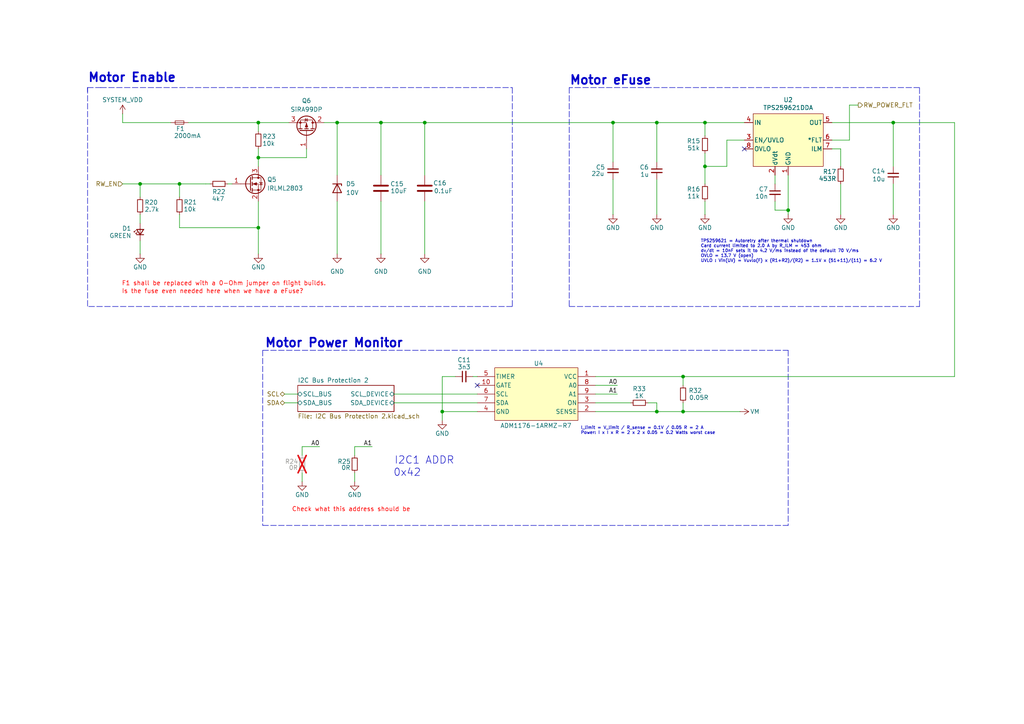
<source format=kicad_sch>
(kicad_sch
	(version 20231120)
	(generator "eeschema")
	(generator_version "8.0")
	(uuid "96c0febe-54f3-4397-9852-6dfb007f4bfb")
	(paper "A4")
	(lib_symbols
		(symbol "Argus-IC:ADM1176-1ARMZ-R7"
			(pin_names
				(offset 0.254)
			)
			(exclude_from_sim no)
			(in_bom yes)
			(on_board yes)
			(property "Reference" "U9"
				(at 0 8.89 0)
				(effects
					(font
						(size 1.27 1.27)
					)
				)
			)
			(property "Value" "ADM1176-1ARMZ-R7"
				(at 0.762 -9.144 0)
				(effects
					(font
						(size 1.27 1.27)
					)
				)
			)
			(property "Footprint" "Package_SO:MSOP-10_3x3mm_P0.5mm"
				(at 30.48 6.096 0)
				(effects
					(font
						(size 1.524 1.524)
					)
					(hide yes)
				)
			)
			(property "Datasheet" ""
				(at 0 0 0)
				(effects
					(font
						(size 1.524 1.524)
					)
					(hide yes)
				)
			)
			(property "Description" ""
				(at 0 0 0)
				(effects
					(font
						(size 1.27 1.27)
					)
					(hide yes)
				)
			)
			(property "Flight" "ADM1176-1ARMZ-R7"
				(at 0 0 0)
				(effects
					(font
						(size 1.27 1.27)
					)
					(hide yes)
				)
			)
			(property "Manufacturer_Name" "Analog Devices Inc."
				(at 0 0 0)
				(effects
					(font
						(size 1.27 1.27)
					)
					(hide yes)
				)
			)
			(property "Manufacturer_Part_Number" "ADM1176-1ARMZ-R7"
				(at 19.05 -6.35 0)
				(effects
					(font
						(size 1.27 1.27)
					)
					(hide yes)
				)
			)
			(property "Proto" "ADM1176-1ARMZ-R7"
				(at 0 0 0)
				(effects
					(font
						(size 1.27 1.27)
					)
					(hide yes)
				)
			)
			(property "ki_fp_filters" "RM_10"
				(at 0 0 0)
				(effects
					(font
						(size 1.27 1.27)
					)
					(hide yes)
				)
			)
			(symbol "ADM1176-1ARMZ-R7_1_0"
				(pin unspecified line
					(at -16.51 5.08 0)
					(length 5.08)
					(name "VCC"
						(effects
							(font
								(size 1.27 1.27)
							)
						)
					)
					(number "1"
						(effects
							(font
								(size 1.27 1.27)
							)
						)
					)
				)
				(pin unspecified line
					(at 17.78 2.54 180)
					(length 5.08)
					(name "GATE"
						(effects
							(font
								(size 1.27 1.27)
							)
						)
					)
					(number "10"
						(effects
							(font
								(size 1.27 1.27)
							)
						)
					)
				)
				(pin unspecified line
					(at -16.51 -5.08 0)
					(length 5.08)
					(name "SENSE"
						(effects
							(font
								(size 1.27 1.27)
							)
						)
					)
					(number "2"
						(effects
							(font
								(size 1.27 1.27)
							)
						)
					)
				)
				(pin unspecified line
					(at -16.51 -2.54 0)
					(length 5.08)
					(name "ON"
						(effects
							(font
								(size 1.27 1.27)
							)
						)
					)
					(number "3"
						(effects
							(font
								(size 1.27 1.27)
							)
						)
					)
				)
				(pin unspecified line
					(at 17.78 -5.08 180)
					(length 5.08)
					(name "GND"
						(effects
							(font
								(size 1.27 1.27)
							)
						)
					)
					(number "4"
						(effects
							(font
								(size 1.27 1.27)
							)
						)
					)
				)
				(pin unspecified line
					(at 17.78 5.08 180)
					(length 5.08)
					(name "TIMER"
						(effects
							(font
								(size 1.27 1.27)
							)
						)
					)
					(number "5"
						(effects
							(font
								(size 1.27 1.27)
							)
						)
					)
				)
				(pin unspecified line
					(at 17.78 0 180)
					(length 5.08)
					(name "SCL"
						(effects
							(font
								(size 1.27 1.27)
							)
						)
					)
					(number "6"
						(effects
							(font
								(size 1.27 1.27)
							)
						)
					)
				)
				(pin unspecified line
					(at 17.78 -2.54 180)
					(length 5.08)
					(name "SDA"
						(effects
							(font
								(size 1.27 1.27)
							)
						)
					)
					(number "7"
						(effects
							(font
								(size 1.27 1.27)
							)
						)
					)
				)
				(pin unspecified line
					(at -16.51 2.54 0)
					(length 5.08)
					(name "A0"
						(effects
							(font
								(size 1.27 1.27)
							)
						)
					)
					(number "8"
						(effects
							(font
								(size 1.27 1.27)
							)
						)
					)
				)
				(pin unspecified line
					(at -16.51 0 0)
					(length 5.08)
					(name "A1"
						(effects
							(font
								(size 1.27 1.27)
							)
						)
					)
					(number "9"
						(effects
							(font
								(size 1.27 1.27)
							)
						)
					)
				)
			)
			(symbol "ADM1176-1ARMZ-R7_1_1"
				(rectangle
					(start -11.43 7.62)
					(end 12.7 -7.62)
					(stroke
						(width 0)
						(type solid)
					)
					(fill
						(type background)
					)
				)
			)
		)
		(symbol "Argus-IC:IRLML2803"
			(pin_names hide)
			(exclude_from_sim no)
			(in_bom yes)
			(on_board yes)
			(property "Reference" "Q23"
				(at 2.54 1.27 0)
				(effects
					(font
						(size 1.27 1.27)
					)
					(justify left)
				)
			)
			(property "Value" "IRLML2803"
				(at 2.54 -1.27 0)
				(effects
					(font
						(size 1.27 1.27)
					)
					(justify left)
				)
			)
			(property "Footprint" "Package_TO_SOT_SMD:SOT-23"
				(at -14.224 -13.462 0)
				(effects
					(font
						(size 1.27 1.27)
						(italic yes)
					)
					(justify left)
					(hide yes)
				)
			)
			(property "Datasheet" ""
				(at 2.54 -3.81 0)
				(effects
					(font
						(size 1.27 1.27)
					)
					(justify left)
					(hide yes)
				)
			)
			(property "Description" ""
				(at -2.54 0 0)
				(effects
					(font
						(size 1.27 1.27)
					)
					(hide yes)
				)
			)
			(property "ki_keywords" "N-Channel HEXFET MOSFET"
				(at 0 0 0)
				(effects
					(font
						(size 1.27 1.27)
					)
					(hide yes)
				)
			)
			(property "ki_fp_filters" "SOT?23*"
				(at 0 0 0)
				(effects
					(font
						(size 1.27 1.27)
					)
					(hide yes)
				)
			)
			(symbol "IRLML2803_0_1"
				(circle
					(center -0.889 0)
					(radius 2.794)
					(stroke
						(width 0.254)
						(type default)
					)
					(fill
						(type none)
					)
				)
				(circle
					(center 0 -1.778)
					(radius 0.254)
					(stroke
						(width 0)
						(type default)
					)
					(fill
						(type outline)
					)
				)
				(polyline
					(pts
						(xy -2.286 0) (xy -5.08 0)
					)
					(stroke
						(width 0)
						(type default)
					)
					(fill
						(type none)
					)
				)
				(polyline
					(pts
						(xy -2.286 1.905) (xy -2.286 -1.905)
					)
					(stroke
						(width 0.254)
						(type default)
					)
					(fill
						(type none)
					)
				)
				(polyline
					(pts
						(xy -1.778 -1.27) (xy -1.778 -2.286)
					)
					(stroke
						(width 0.254)
						(type default)
					)
					(fill
						(type none)
					)
				)
				(polyline
					(pts
						(xy -1.778 0.508) (xy -1.778 -0.508)
					)
					(stroke
						(width 0.254)
						(type default)
					)
					(fill
						(type none)
					)
				)
				(polyline
					(pts
						(xy -1.778 2.286) (xy -1.778 1.27)
					)
					(stroke
						(width 0.254)
						(type default)
					)
					(fill
						(type none)
					)
				)
				(polyline
					(pts
						(xy 0 2.54) (xy 0 1.778)
					)
					(stroke
						(width 0)
						(type default)
					)
					(fill
						(type none)
					)
				)
				(polyline
					(pts
						(xy 0 -2.54) (xy 0 0) (xy -1.778 0)
					)
					(stroke
						(width 0)
						(type default)
					)
					(fill
						(type none)
					)
				)
				(polyline
					(pts
						(xy -1.778 -1.778) (xy 0.762 -1.778) (xy 0.762 1.778) (xy -1.778 1.778)
					)
					(stroke
						(width 0)
						(type default)
					)
					(fill
						(type none)
					)
				)
				(polyline
					(pts
						(xy -1.524 0) (xy -0.508 0.381) (xy -0.508 -0.381) (xy -1.524 0)
					)
					(stroke
						(width 0)
						(type default)
					)
					(fill
						(type outline)
					)
				)
				(polyline
					(pts
						(xy 0.254 0.508) (xy 0.381 0.381) (xy 1.143 0.381) (xy 1.27 0.254)
					)
					(stroke
						(width 0)
						(type default)
					)
					(fill
						(type none)
					)
				)
				(polyline
					(pts
						(xy 0.762 0.381) (xy 0.381 -0.254) (xy 1.143 -0.254) (xy 0.762 0.381)
					)
					(stroke
						(width 0)
						(type default)
					)
					(fill
						(type none)
					)
				)
				(circle
					(center 0 1.778)
					(radius 0.254)
					(stroke
						(width 0)
						(type default)
					)
					(fill
						(type outline)
					)
				)
			)
			(symbol "IRLML2803_1_1"
				(pin input line
					(at -7.62 0 0)
					(length 2.54)
					(name "G"
						(effects
							(font
								(size 1.27 1.27)
							)
						)
					)
					(number "1"
						(effects
							(font
								(size 1.27 1.27)
							)
						)
					)
				)
				(pin passive line
					(at 0 -5.08 90)
					(length 2.54)
					(name "S"
						(effects
							(font
								(size 1.27 1.27)
							)
						)
					)
					(number "2"
						(effects
							(font
								(size 1.27 1.27)
							)
						)
					)
				)
				(pin passive line
					(at 0 5.08 270)
					(length 2.54)
					(name "D"
						(effects
							(font
								(size 1.27 1.27)
							)
						)
					)
					(number "3"
						(effects
							(font
								(size 1.27 1.27)
							)
						)
					)
				)
			)
		)
		(symbol "Argus-IC:Q_PMOS_GDS"
			(pin_names
				(offset 0) hide)
			(exclude_from_sim no)
			(in_bom yes)
			(on_board yes)
			(property "Reference" "Q"
				(at 5.08 1.27 0)
				(effects
					(font
						(size 1.27 1.27)
					)
					(justify left)
				)
			)
			(property "Value" "Q_PMOS_GDS"
				(at 5.08 -1.27 0)
				(effects
					(font
						(size 1.27 1.27)
					)
					(justify left)
				)
			)
			(property "Footprint" ""
				(at 5.08 2.54 0)
				(effects
					(font
						(size 1.27 1.27)
					)
					(hide yes)
				)
			)
			(property "Datasheet" "~"
				(at 0 0 0)
				(effects
					(font
						(size 1.27 1.27)
					)
					(hide yes)
				)
			)
			(property "Description" "P-MOSFET transistor, gate/drain/source"
				(at 0 0 0)
				(effects
					(font
						(size 1.27 1.27)
					)
					(hide yes)
				)
			)
			(property "ki_keywords" "transistor PMOS P-MOS P-MOSFET"
				(at 0 0 0)
				(effects
					(font
						(size 1.27 1.27)
					)
					(hide yes)
				)
			)
			(symbol "Q_PMOS_GDS_0_1"
				(polyline
					(pts
						(xy 0.254 0) (xy -2.54 0)
					)
					(stroke
						(width 0)
						(type default)
					)
					(fill
						(type none)
					)
				)
				(polyline
					(pts
						(xy 0.254 1.905) (xy 0.254 -1.905)
					)
					(stroke
						(width 0.254)
						(type default)
					)
					(fill
						(type none)
					)
				)
				(polyline
					(pts
						(xy 0.762 -1.27) (xy 0.762 -2.286)
					)
					(stroke
						(width 0.254)
						(type default)
					)
					(fill
						(type none)
					)
				)
				(polyline
					(pts
						(xy 0.762 0.508) (xy 0.762 -0.508)
					)
					(stroke
						(width 0.254)
						(type default)
					)
					(fill
						(type none)
					)
				)
				(polyline
					(pts
						(xy 0.762 2.286) (xy 0.762 1.27)
					)
					(stroke
						(width 0.254)
						(type default)
					)
					(fill
						(type none)
					)
				)
				(polyline
					(pts
						(xy 2.54 2.54) (xy 2.54 1.778)
					)
					(stroke
						(width 0)
						(type default)
					)
					(fill
						(type none)
					)
				)
				(polyline
					(pts
						(xy 2.54 -2.54) (xy 2.54 0) (xy 0.762 0)
					)
					(stroke
						(width 0)
						(type default)
					)
					(fill
						(type none)
					)
				)
				(polyline
					(pts
						(xy 0.762 1.778) (xy 3.302 1.778) (xy 3.302 -1.778) (xy 0.762 -1.778)
					)
					(stroke
						(width 0)
						(type default)
					)
					(fill
						(type none)
					)
				)
				(polyline
					(pts
						(xy 2.286 0) (xy 1.27 0.381) (xy 1.27 -0.381) (xy 2.286 0)
					)
					(stroke
						(width 0)
						(type default)
					)
					(fill
						(type outline)
					)
				)
				(polyline
					(pts
						(xy 2.794 -0.508) (xy 2.921 -0.381) (xy 3.683 -0.381) (xy 3.81 -0.254)
					)
					(stroke
						(width 0)
						(type default)
					)
					(fill
						(type none)
					)
				)
				(polyline
					(pts
						(xy 3.302 -0.381) (xy 2.921 0.254) (xy 3.683 0.254) (xy 3.302 -0.381)
					)
					(stroke
						(width 0)
						(type default)
					)
					(fill
						(type none)
					)
				)
				(circle
					(center 1.651 0)
					(radius 2.794)
					(stroke
						(width 0.254)
						(type default)
					)
					(fill
						(type none)
					)
				)
				(circle
					(center 2.54 -1.778)
					(radius 0.254)
					(stroke
						(width 0)
						(type default)
					)
					(fill
						(type outline)
					)
				)
				(circle
					(center 2.54 1.778)
					(radius 0.254)
					(stroke
						(width 0)
						(type default)
					)
					(fill
						(type outline)
					)
				)
			)
			(symbol "Q_PMOS_GDS_1_1"
				(pin input line
					(at -5.08 0 0)
					(length 2.54)
					(name "G"
						(effects
							(font
								(size 1.27 1.27)
							)
						)
					)
					(number "1"
						(effects
							(font
								(size 1.27 1.27)
							)
						)
					)
				)
				(pin passive line
					(at 2.54 5.08 270)
					(length 2.54)
					(name "D"
						(effects
							(font
								(size 1.27 1.27)
							)
						)
					)
					(number "2"
						(effects
							(font
								(size 1.27 1.27)
							)
						)
					)
				)
				(pin passive line
					(at 2.54 -5.08 90)
					(length 2.54)
					(name "S"
						(effects
							(font
								(size 1.27 1.27)
							)
						)
					)
					(number "3"
						(effects
							(font
								(size 1.27 1.27)
							)
						)
					)
				)
			)
		)
		(symbol "Argus-IC:TPS259621DDA"
			(pin_names
				(offset 0.254)
			)
			(exclude_from_sim no)
			(in_bom yes)
			(on_board yes)
			(property "Reference" "U11"
				(at 0 11.684 0)
				(effects
					(font
						(size 1.27 1.27)
					)
				)
			)
			(property "Value" "TPS259621DDA"
				(at 0 9.398 0)
				(effects
					(font
						(size 1.27 1.27)
					)
				)
			)
			(property "Footprint" "Package_SO:Texas_R-PDSO-G8_EP2.95x4.9mm_Mask2.4x3.1mm_ThermalVias"
				(at 0 16.51 0)
				(effects
					(font
						(size 1.27 1.27)
						(italic yes)
					)
					(hide yes)
				)
			)
			(property "Datasheet" "https://www.ti.com/lit/ds/symlink/tps2596.pdf"
				(at -0.254 19.558 0)
				(effects
					(font
						(size 1.27 1.27)
						(italic yes)
					)
					(hide yes)
				)
			)
			(property "Description" "TPS259620 - Latch-off eFuse With Accurate Current Monitor 2A 8-SO PowerPad"
				(at 0 0 0)
				(effects
					(font
						(size 1.27 1.27)
					)
					(hide yes)
				)
			)
			(property "DPN" "296-TPS259620DDATCT-ND"
				(at 0 0 0)
				(effects
					(font
						(size 1.27 1.27)
					)
					(hide yes)
				)
			)
			(property "DST" "Digi-Key"
				(at 0 0 0)
				(effects
					(font
						(size 1.27 1.27)
					)
					(hide yes)
				)
			)
			(property "MFR" "Texas Instruments"
				(at 0 0 0)
				(effects
					(font
						(size 1.27 1.27)
					)
					(hide yes)
				)
			)
			(property "MPN" "TPS259620DDAT"
				(at 0 0 0)
				(effects
					(font
						(size 1.27 1.27)
					)
					(hide yes)
				)
			)
			(property "ki_keywords" "TPS259621DDA"
				(at 0 0 0)
				(effects
					(font
						(size 1.27 1.27)
					)
					(hide yes)
				)
			)
			(property "ki_fp_filters" "SO-PP-DDA-8_TEX SO-PP-DDA-8_TEX-M SO-PP-DDA-8_TEX-L"
				(at 0 0 0)
				(effects
					(font
						(size 1.27 1.27)
					)
					(hide yes)
				)
			)
			(symbol "TPS259621DDA_1_1"
				(rectangle
					(start -10.16 7.62)
					(end 10.16 -7.62)
					(stroke
						(width 0)
						(type default)
					)
					(fill
						(type background)
					)
				)
				(pin power_in line
					(at 0 -10.16 90)
					(length 2.54)
					(name "GND"
						(effects
							(font
								(size 1.27 1.27)
							)
						)
					)
					(number "1"
						(effects
							(font
								(size 1.27 1.27)
							)
						)
					)
				)
				(pin output line
					(at -3.81 -10.16 90)
					(length 2.54)
					(name "dVdt"
						(effects
							(font
								(size 1.27 1.27)
							)
						)
					)
					(number "2"
						(effects
							(font
								(size 1.27 1.27)
							)
						)
					)
				)
				(pin input line
					(at -12.7 0 0)
					(length 2.54)
					(name "EN/UVLO"
						(effects
							(font
								(size 1.27 1.27)
							)
						)
					)
					(number "3"
						(effects
							(font
								(size 1.27 1.27)
							)
						)
					)
				)
				(pin power_in line
					(at -12.7 5.08 0)
					(length 2.54)
					(name "IN"
						(effects
							(font
								(size 1.27 1.27)
							)
						)
					)
					(number "4"
						(effects
							(font
								(size 1.27 1.27)
							)
						)
					)
				)
				(pin power_out line
					(at 12.7 5.08 180)
					(length 2.54)
					(name "OUT"
						(effects
							(font
								(size 1.27 1.27)
							)
						)
					)
					(number "5"
						(effects
							(font
								(size 1.27 1.27)
							)
						)
					)
				)
				(pin open_collector line
					(at 12.7 0 180)
					(length 2.54)
					(name "*FLT"
						(effects
							(font
								(size 1.27 1.27)
							)
						)
					)
					(number "6"
						(effects
							(font
								(size 1.27 1.27)
							)
						)
					)
				)
				(pin output line
					(at 12.7 -2.54 180)
					(length 2.54)
					(name "ILM"
						(effects
							(font
								(size 1.27 1.27)
							)
						)
					)
					(number "7"
						(effects
							(font
								(size 1.27 1.27)
							)
						)
					)
				)
				(pin input line
					(at -12.7 -2.54 0)
					(length 2.54)
					(name "OVLO"
						(effects
							(font
								(size 1.27 1.27)
							)
						)
					)
					(number "8"
						(effects
							(font
								(size 1.27 1.27)
							)
						)
					)
				)
				(pin power_in line
					(at 0 -10.16 90)
					(length 2.54) hide
					(name "GND"
						(effects
							(font
								(size 1.27 1.27)
							)
						)
					)
					(number "9"
						(effects
							(font
								(size 1.27 1.27)
							)
						)
					)
				)
			)
		)
		(symbol "Device:C"
			(pin_numbers hide)
			(pin_names
				(offset 0.254)
			)
			(exclude_from_sim no)
			(in_bom yes)
			(on_board yes)
			(property "Reference" "C"
				(at 0.635 2.54 0)
				(effects
					(font
						(size 1.27 1.27)
					)
					(justify left)
				)
			)
			(property "Value" "C"
				(at 0.635 -2.54 0)
				(effects
					(font
						(size 1.27 1.27)
					)
					(justify left)
				)
			)
			(property "Footprint" ""
				(at 0.9652 -3.81 0)
				(effects
					(font
						(size 1.27 1.27)
					)
					(hide yes)
				)
			)
			(property "Datasheet" "~"
				(at 0 0 0)
				(effects
					(font
						(size 1.27 1.27)
					)
					(hide yes)
				)
			)
			(property "Description" "Unpolarized capacitor"
				(at 0 0 0)
				(effects
					(font
						(size 1.27 1.27)
					)
					(hide yes)
				)
			)
			(property "ki_keywords" "cap capacitor"
				(at 0 0 0)
				(effects
					(font
						(size 1.27 1.27)
					)
					(hide yes)
				)
			)
			(property "ki_fp_filters" "C_*"
				(at 0 0 0)
				(effects
					(font
						(size 1.27 1.27)
					)
					(hide yes)
				)
			)
			(symbol "C_0_1"
				(polyline
					(pts
						(xy -2.032 -0.762) (xy 2.032 -0.762)
					)
					(stroke
						(width 0.508)
						(type default)
					)
					(fill
						(type none)
					)
				)
				(polyline
					(pts
						(xy -2.032 0.762) (xy 2.032 0.762)
					)
					(stroke
						(width 0.508)
						(type default)
					)
					(fill
						(type none)
					)
				)
			)
			(symbol "C_1_1"
				(pin passive line
					(at 0 3.81 270)
					(length 2.794)
					(name "~"
						(effects
							(font
								(size 1.27 1.27)
							)
						)
					)
					(number "1"
						(effects
							(font
								(size 1.27 1.27)
							)
						)
					)
				)
				(pin passive line
					(at 0 -3.81 90)
					(length 2.794)
					(name "~"
						(effects
							(font
								(size 1.27 1.27)
							)
						)
					)
					(number "2"
						(effects
							(font
								(size 1.27 1.27)
							)
						)
					)
				)
			)
		)
		(symbol "Device:C_Small"
			(pin_numbers hide)
			(pin_names
				(offset 0.254) hide)
			(exclude_from_sim no)
			(in_bom yes)
			(on_board yes)
			(property "Reference" "C"
				(at 0.254 1.778 0)
				(effects
					(font
						(size 1.27 1.27)
					)
					(justify left)
				)
			)
			(property "Value" "C_Small"
				(at 0.254 -2.032 0)
				(effects
					(font
						(size 1.27 1.27)
					)
					(justify left)
				)
			)
			(property "Footprint" ""
				(at 0 0 0)
				(effects
					(font
						(size 1.27 1.27)
					)
					(hide yes)
				)
			)
			(property "Datasheet" "~"
				(at 0 0 0)
				(effects
					(font
						(size 1.27 1.27)
					)
					(hide yes)
				)
			)
			(property "Description" "Unpolarized capacitor, small symbol"
				(at 0 0 0)
				(effects
					(font
						(size 1.27 1.27)
					)
					(hide yes)
				)
			)
			(property "ki_keywords" "capacitor cap"
				(at 0 0 0)
				(effects
					(font
						(size 1.27 1.27)
					)
					(hide yes)
				)
			)
			(property "ki_fp_filters" "C_*"
				(at 0 0 0)
				(effects
					(font
						(size 1.27 1.27)
					)
					(hide yes)
				)
			)
			(symbol "C_Small_0_1"
				(polyline
					(pts
						(xy -1.524 -0.508) (xy 1.524 -0.508)
					)
					(stroke
						(width 0.3302)
						(type default)
					)
					(fill
						(type none)
					)
				)
				(polyline
					(pts
						(xy -1.524 0.508) (xy 1.524 0.508)
					)
					(stroke
						(width 0.3048)
						(type default)
					)
					(fill
						(type none)
					)
				)
			)
			(symbol "C_Small_1_1"
				(pin passive line
					(at 0 2.54 270)
					(length 2.032)
					(name "~"
						(effects
							(font
								(size 1.27 1.27)
							)
						)
					)
					(number "1"
						(effects
							(font
								(size 1.27 1.27)
							)
						)
					)
				)
				(pin passive line
					(at 0 -2.54 90)
					(length 2.032)
					(name "~"
						(effects
							(font
								(size 1.27 1.27)
							)
						)
					)
					(number "2"
						(effects
							(font
								(size 1.27 1.27)
							)
						)
					)
				)
			)
		)
		(symbol "Device:Fuse_Small"
			(pin_numbers hide)
			(pin_names
				(offset 0.254) hide)
			(exclude_from_sim no)
			(in_bom yes)
			(on_board yes)
			(property "Reference" "F"
				(at 0 -1.524 0)
				(effects
					(font
						(size 1.27 1.27)
					)
				)
			)
			(property "Value" "Fuse_Small"
				(at 0 1.524 0)
				(effects
					(font
						(size 1.27 1.27)
					)
				)
			)
			(property "Footprint" ""
				(at 0 0 0)
				(effects
					(font
						(size 1.27 1.27)
					)
					(hide yes)
				)
			)
			(property "Datasheet" "~"
				(at 0 0 0)
				(effects
					(font
						(size 1.27 1.27)
					)
					(hide yes)
				)
			)
			(property "Description" "Fuse, small symbol"
				(at 0 0 0)
				(effects
					(font
						(size 1.27 1.27)
					)
					(hide yes)
				)
			)
			(property "ki_keywords" "fuse"
				(at 0 0 0)
				(effects
					(font
						(size 1.27 1.27)
					)
					(hide yes)
				)
			)
			(property "ki_fp_filters" "*Fuse*"
				(at 0 0 0)
				(effects
					(font
						(size 1.27 1.27)
					)
					(hide yes)
				)
			)
			(symbol "Fuse_Small_0_1"
				(rectangle
					(start -1.27 0.508)
					(end 1.27 -0.508)
					(stroke
						(width 0)
						(type default)
					)
					(fill
						(type none)
					)
				)
				(polyline
					(pts
						(xy -1.27 0) (xy 1.27 0)
					)
					(stroke
						(width 0)
						(type default)
					)
					(fill
						(type none)
					)
				)
			)
			(symbol "Fuse_Small_1_1"
				(pin passive line
					(at -2.54 0 0)
					(length 1.27)
					(name "~"
						(effects
							(font
								(size 1.27 1.27)
							)
						)
					)
					(number "1"
						(effects
							(font
								(size 1.27 1.27)
							)
						)
					)
				)
				(pin passive line
					(at 2.54 0 180)
					(length 1.27)
					(name "~"
						(effects
							(font
								(size 1.27 1.27)
							)
						)
					)
					(number "2"
						(effects
							(font
								(size 1.27 1.27)
							)
						)
					)
				)
			)
		)
		(symbol "Device:LED_Small"
			(pin_numbers hide)
			(pin_names
				(offset 0.254) hide)
			(exclude_from_sim no)
			(in_bom yes)
			(on_board yes)
			(property "Reference" "D"
				(at -1.27 3.175 0)
				(effects
					(font
						(size 1.27 1.27)
					)
					(justify left)
				)
			)
			(property "Value" "LED_Small"
				(at -4.445 -2.54 0)
				(effects
					(font
						(size 1.27 1.27)
					)
					(justify left)
				)
			)
			(property "Footprint" ""
				(at 0 0 90)
				(effects
					(font
						(size 1.27 1.27)
					)
					(hide yes)
				)
			)
			(property "Datasheet" "~"
				(at 0 0 90)
				(effects
					(font
						(size 1.27 1.27)
					)
					(hide yes)
				)
			)
			(property "Description" "Light emitting diode, small symbol"
				(at 0 0 0)
				(effects
					(font
						(size 1.27 1.27)
					)
					(hide yes)
				)
			)
			(property "ki_keywords" "LED diode light-emitting-diode"
				(at 0 0 0)
				(effects
					(font
						(size 1.27 1.27)
					)
					(hide yes)
				)
			)
			(property "ki_fp_filters" "LED* LED_SMD:* LED_THT:*"
				(at 0 0 0)
				(effects
					(font
						(size 1.27 1.27)
					)
					(hide yes)
				)
			)
			(symbol "LED_Small_0_1"
				(polyline
					(pts
						(xy -0.762 -1.016) (xy -0.762 1.016)
					)
					(stroke
						(width 0.254)
						(type default)
					)
					(fill
						(type none)
					)
				)
				(polyline
					(pts
						(xy 1.016 0) (xy -0.762 0)
					)
					(stroke
						(width 0)
						(type default)
					)
					(fill
						(type none)
					)
				)
				(polyline
					(pts
						(xy 0.762 -1.016) (xy -0.762 0) (xy 0.762 1.016) (xy 0.762 -1.016)
					)
					(stroke
						(width 0.254)
						(type default)
					)
					(fill
						(type none)
					)
				)
				(polyline
					(pts
						(xy 0 0.762) (xy -0.508 1.27) (xy -0.254 1.27) (xy -0.508 1.27) (xy -0.508 1.016)
					)
					(stroke
						(width 0)
						(type default)
					)
					(fill
						(type none)
					)
				)
				(polyline
					(pts
						(xy 0.508 1.27) (xy 0 1.778) (xy 0.254 1.778) (xy 0 1.778) (xy 0 1.524)
					)
					(stroke
						(width 0)
						(type default)
					)
					(fill
						(type none)
					)
				)
			)
			(symbol "LED_Small_1_1"
				(pin passive line
					(at -2.54 0 0)
					(length 1.778)
					(name "K"
						(effects
							(font
								(size 1.27 1.27)
							)
						)
					)
					(number "1"
						(effects
							(font
								(size 1.27 1.27)
							)
						)
					)
				)
				(pin passive line
					(at 2.54 0 180)
					(length 1.778)
					(name "A"
						(effects
							(font
								(size 1.27 1.27)
							)
						)
					)
					(number "2"
						(effects
							(font
								(size 1.27 1.27)
							)
						)
					)
				)
			)
		)
		(symbol "Device:R_Small"
			(pin_numbers hide)
			(pin_names
				(offset 0.254) hide)
			(exclude_from_sim no)
			(in_bom yes)
			(on_board yes)
			(property "Reference" "R"
				(at 0.762 0.508 0)
				(effects
					(font
						(size 1.27 1.27)
					)
					(justify left)
				)
			)
			(property "Value" "R_Small"
				(at 0.762 -1.016 0)
				(effects
					(font
						(size 1.27 1.27)
					)
					(justify left)
				)
			)
			(property "Footprint" ""
				(at 0 0 0)
				(effects
					(font
						(size 1.27 1.27)
					)
					(hide yes)
				)
			)
			(property "Datasheet" "~"
				(at 0 0 0)
				(effects
					(font
						(size 1.27 1.27)
					)
					(hide yes)
				)
			)
			(property "Description" "Resistor, small symbol"
				(at 0 0 0)
				(effects
					(font
						(size 1.27 1.27)
					)
					(hide yes)
				)
			)
			(property "ki_keywords" "R resistor"
				(at 0 0 0)
				(effects
					(font
						(size 1.27 1.27)
					)
					(hide yes)
				)
			)
			(property "ki_fp_filters" "R_*"
				(at 0 0 0)
				(effects
					(font
						(size 1.27 1.27)
					)
					(hide yes)
				)
			)
			(symbol "R_Small_0_1"
				(rectangle
					(start -0.762 1.778)
					(end 0.762 -1.778)
					(stroke
						(width 0.2032)
						(type default)
					)
					(fill
						(type none)
					)
				)
			)
			(symbol "R_Small_1_1"
				(pin passive line
					(at 0 2.54 270)
					(length 0.762)
					(name "~"
						(effects
							(font
								(size 1.27 1.27)
							)
						)
					)
					(number "1"
						(effects
							(font
								(size 1.27 1.27)
							)
						)
					)
				)
				(pin passive line
					(at 0 -2.54 90)
					(length 0.762)
					(name "~"
						(effects
							(font
								(size 1.27 1.27)
							)
						)
					)
					(number "2"
						(effects
							(font
								(size 1.27 1.27)
							)
						)
					)
				)
			)
		)
		(symbol "Diode:PTVS10VZ1USK"
			(pin_numbers hide)
			(pin_names hide)
			(exclude_from_sim no)
			(in_bom yes)
			(on_board yes)
			(property "Reference" "D"
				(at 0 2.54 0)
				(effects
					(font
						(size 1.27 1.27)
					)
				)
			)
			(property "Value" "PTVS10VZ1USK"
				(at 0 -2.54 0)
				(effects
					(font
						(size 1.27 1.27)
					)
				)
			)
			(property "Footprint" "Diode_SMD:Nexperia_DSN1608-2_1.6x0.8mm"
				(at 0 -4.445 0)
				(effects
					(font
						(size 1.27 1.27)
					)
					(hide yes)
				)
			)
			(property "Datasheet" "https://assets.nexperia.com/documents/data-sheet/PTVS10VZ1USK.pdf"
				(at 0 0 0)
				(effects
					(font
						(size 1.27 1.27)
					)
					(hide yes)
				)
			)
			(property "Description" "10V, 2000W TVS unidirectional diode, DSN1608-2"
				(at 0 0 0)
				(effects
					(font
						(size 1.27 1.27)
					)
					(hide yes)
				)
			)
			(property "ki_keywords" "TVS diode"
				(at 0 0 0)
				(effects
					(font
						(size 1.27 1.27)
					)
					(hide yes)
				)
			)
			(property "ki_fp_filters" "*DSN1608?2*"
				(at 0 0 0)
				(effects
					(font
						(size 1.27 1.27)
					)
					(hide yes)
				)
			)
			(symbol "PTVS10VZ1USK_0_1"
				(polyline
					(pts
						(xy 1.27 0) (xy -1.27 0)
					)
					(stroke
						(width 0)
						(type default)
					)
					(fill
						(type none)
					)
				)
				(polyline
					(pts
						(xy -1.27 -1.27) (xy -1.27 1.27) (xy -0.762 1.27)
					)
					(stroke
						(width 0.254)
						(type default)
					)
					(fill
						(type none)
					)
				)
				(polyline
					(pts
						(xy 1.27 -1.27) (xy 1.27 1.27) (xy -1.27 0) (xy 1.27 -1.27)
					)
					(stroke
						(width 0.254)
						(type default)
					)
					(fill
						(type none)
					)
				)
			)
			(symbol "PTVS10VZ1USK_1_1"
				(pin passive line
					(at -3.81 0 0)
					(length 2.54)
					(name "K"
						(effects
							(font
								(size 1.27 1.27)
							)
						)
					)
					(number "1"
						(effects
							(font
								(size 1.27 1.27)
							)
						)
					)
				)
				(pin passive line
					(at 3.81 0 180)
					(length 2.54)
					(name "A"
						(effects
							(font
								(size 1.27 1.27)
							)
						)
					)
					(number "2"
						(effects
							(font
								(size 1.27 1.27)
							)
						)
					)
				)
			)
		)
		(symbol "power:+3V3"
			(power)
			(pin_numbers hide)
			(pin_names
				(offset 0) hide)
			(exclude_from_sim no)
			(in_bom yes)
			(on_board yes)
			(property "Reference" "#PWR"
				(at 0 -3.81 0)
				(effects
					(font
						(size 1.27 1.27)
					)
					(hide yes)
				)
			)
			(property "Value" "+3V3"
				(at 0 3.556 0)
				(effects
					(font
						(size 1.27 1.27)
					)
				)
			)
			(property "Footprint" ""
				(at 0 0 0)
				(effects
					(font
						(size 1.27 1.27)
					)
					(hide yes)
				)
			)
			(property "Datasheet" ""
				(at 0 0 0)
				(effects
					(font
						(size 1.27 1.27)
					)
					(hide yes)
				)
			)
			(property "Description" "Power symbol creates a global label with name \"+3V3\""
				(at 0 0 0)
				(effects
					(font
						(size 1.27 1.27)
					)
					(hide yes)
				)
			)
			(property "ki_keywords" "global power"
				(at 0 0 0)
				(effects
					(font
						(size 1.27 1.27)
					)
					(hide yes)
				)
			)
			(symbol "+3V3_0_1"
				(polyline
					(pts
						(xy -0.762 1.27) (xy 0 2.54)
					)
					(stroke
						(width 0)
						(type default)
					)
					(fill
						(type none)
					)
				)
				(polyline
					(pts
						(xy 0 0) (xy 0 2.54)
					)
					(stroke
						(width 0)
						(type default)
					)
					(fill
						(type none)
					)
				)
				(polyline
					(pts
						(xy 0 2.54) (xy 0.762 1.27)
					)
					(stroke
						(width 0)
						(type default)
					)
					(fill
						(type none)
					)
				)
			)
			(symbol "+3V3_1_1"
				(pin power_in line
					(at 0 0 90)
					(length 0)
					(name "~"
						(effects
							(font
								(size 1.27 1.27)
							)
						)
					)
					(number "1"
						(effects
							(font
								(size 1.27 1.27)
							)
						)
					)
				)
			)
		)
		(symbol "power:GND"
			(power)
			(pin_numbers hide)
			(pin_names
				(offset 0) hide)
			(exclude_from_sim no)
			(in_bom yes)
			(on_board yes)
			(property "Reference" "#PWR"
				(at 0 -6.35 0)
				(effects
					(font
						(size 1.27 1.27)
					)
					(hide yes)
				)
			)
			(property "Value" "GND"
				(at 0 -3.81 0)
				(effects
					(font
						(size 1.27 1.27)
					)
				)
			)
			(property "Footprint" ""
				(at 0 0 0)
				(effects
					(font
						(size 1.27 1.27)
					)
					(hide yes)
				)
			)
			(property "Datasheet" ""
				(at 0 0 0)
				(effects
					(font
						(size 1.27 1.27)
					)
					(hide yes)
				)
			)
			(property "Description" "Power symbol creates a global label with name \"GND\" , ground"
				(at 0 0 0)
				(effects
					(font
						(size 1.27 1.27)
					)
					(hide yes)
				)
			)
			(property "ki_keywords" "global power"
				(at 0 0 0)
				(effects
					(font
						(size 1.27 1.27)
					)
					(hide yes)
				)
			)
			(symbol "GND_0_1"
				(polyline
					(pts
						(xy 0 0) (xy 0 -1.27) (xy 1.27 -1.27) (xy 0 -2.54) (xy -1.27 -1.27) (xy 0 -1.27)
					)
					(stroke
						(width 0)
						(type default)
					)
					(fill
						(type none)
					)
				)
			)
			(symbol "GND_1_1"
				(pin power_in line
					(at 0 0 270)
					(length 0)
					(name "~"
						(effects
							(font
								(size 1.27 1.27)
							)
						)
					)
					(number "1"
						(effects
							(font
								(size 1.27 1.27)
							)
						)
					)
				)
			)
		)
	)
	(junction
		(at 198.12 109.22)
		(diameter 0)
		(color 0 0 0 0)
		(uuid "00c296e4-98bb-4bda-b680-11c4517cf908")
	)
	(junction
		(at 74.93 45.72)
		(diameter 0)
		(color 0 0 0 0)
		(uuid "0a22b93d-82c1-42df-b57d-93920de1cd62")
	)
	(junction
		(at 110.49 35.56)
		(diameter 0)
		(color 0 0 0 0)
		(uuid "162b2e46-908c-407b-934f-9b0150f2ab16")
	)
	(junction
		(at 190.5 119.38)
		(diameter 0)
		(color 0 0 0 0)
		(uuid "263b2081-0d98-4418-b93a-d5790c07ae08")
	)
	(junction
		(at 74.93 66.04)
		(diameter 0)
		(color 0 0 0 0)
		(uuid "2f698c82-f3ca-47aa-9b46-59d0ca5d466d")
	)
	(junction
		(at 177.8 35.56)
		(diameter 0)
		(color 0 0 0 0)
		(uuid "377adad4-cc68-4b5e-b78e-19ca9b2d0ce2")
	)
	(junction
		(at 40.64 53.34)
		(diameter 0)
		(color 0 0 0 0)
		(uuid "5c3de25d-87fc-4554-b558-bdbd8fe1874a")
	)
	(junction
		(at 128.27 119.38)
		(diameter 0)
		(color 0 0 0 0)
		(uuid "6294e9c6-9774-4802-a73a-d1c90f59df5d")
	)
	(junction
		(at 204.47 35.56)
		(diameter 0)
		(color 0 0 0 0)
		(uuid "6c14c473-e256-4a1a-9e39-3e474015ce05")
	)
	(junction
		(at 52.07 53.34)
		(diameter 0)
		(color 0 0 0 0)
		(uuid "ae6d8a90-0c2d-4c5d-83cf-74ce7ab7f530")
	)
	(junction
		(at 123.19 35.56)
		(diameter 0)
		(color 0 0 0 0)
		(uuid "c6e7dd83-016a-43ea-bc34-34bfcaa6a899")
	)
	(junction
		(at 204.47 48.26)
		(diameter 0)
		(color 0 0 0 0)
		(uuid "cca09f96-54cf-416d-8156-2cc841135ffc")
	)
	(junction
		(at 198.12 119.38)
		(diameter 0)
		(color 0 0 0 0)
		(uuid "d51fd93c-26c7-455a-805a-c14ff31317d5")
	)
	(junction
		(at 97.79 35.56)
		(diameter 0)
		(color 0 0 0 0)
		(uuid "d8b813d5-8ee9-43bb-8769-e900054efb6c")
	)
	(junction
		(at 228.6 60.96)
		(diameter 0)
		(color 0 0 0 0)
		(uuid "da1d1c68-fb41-4695-b589-1e4feca46bbe")
	)
	(junction
		(at 74.93 35.56)
		(diameter 0)
		(color 0 0 0 0)
		(uuid "dd00ef1c-6a2e-4ad8-a943-915d9d03deb6")
	)
	(junction
		(at 190.5 35.56)
		(diameter 0)
		(color 0 0 0 0)
		(uuid "dfe10416-c075-4838-a401-aeddb2e67c12")
	)
	(junction
		(at 259.08 35.56)
		(diameter 0)
		(color 0 0 0 0)
		(uuid "f8df39d9-3aa4-4103-9fc6-3a8c4b47340e")
	)
	(no_connect
		(at 138.43 111.76)
		(uuid "12db79f7-d27d-486f-b833-d0cd14da471d")
	)
	(no_connect
		(at 215.9 43.18)
		(uuid "9e854191-ee40-454f-bf90-59cfa47439c6")
	)
	(polyline
		(pts
			(xy 25.4 25.4) (xy 29.21 25.4)
		)
		(stroke
			(width 0)
			(type dash)
		)
		(uuid "04ea51fa-44c4-4e47-9146-a200d77193bd")
	)
	(wire
		(pts
			(xy 87.63 129.54) (xy 92.71 129.54)
		)
		(stroke
			(width 0)
			(type default)
		)
		(uuid "054886f7-8c70-4254-bd62-733daf1953f8")
	)
	(wire
		(pts
			(xy 74.93 73.66) (xy 74.93 66.04)
		)
		(stroke
			(width 0)
			(type default)
		)
		(uuid "080f439b-28ae-4499-a1ee-22acd1d849f7")
	)
	(wire
		(pts
			(xy 210.82 48.26) (xy 210.82 40.64)
		)
		(stroke
			(width 0)
			(type default)
		)
		(uuid "08518da1-c641-4bfd-a0c0-6341dcb54960")
	)
	(polyline
		(pts
			(xy 148.59 25.4) (xy 148.59 88.9)
		)
		(stroke
			(width 0)
			(type dash)
		)
		(uuid "096d0f04-4e9c-4ef3-b050-d767d452e1b4")
	)
	(wire
		(pts
			(xy 40.64 73.66) (xy 40.64 69.85)
		)
		(stroke
			(width 0)
			(type default)
		)
		(uuid "09ac8910-bc6a-4296-85df-f1dee4828861")
	)
	(wire
		(pts
			(xy 259.08 48.26) (xy 259.08 35.56)
		)
		(stroke
			(width 0)
			(type default)
		)
		(uuid "0a348acd-8135-4726-b210-5e6298d75099")
	)
	(wire
		(pts
			(xy 259.08 35.56) (xy 276.86 35.56)
		)
		(stroke
			(width 0)
			(type default)
		)
		(uuid "0d78c935-b1db-4425-b25e-2432f8014320")
	)
	(wire
		(pts
			(xy 190.5 35.56) (xy 190.5 46.99)
		)
		(stroke
			(width 0)
			(type default)
		)
		(uuid "0f1d07ef-2b94-481f-acdf-1ad94b2b06fa")
	)
	(wire
		(pts
			(xy 35.56 33.02) (xy 35.56 35.56)
		)
		(stroke
			(width 0)
			(type default)
		)
		(uuid "13488799-c80e-411c-8ebe-af9da8a23ac8")
	)
	(polyline
		(pts
			(xy 76.2 101.6) (xy 76.2 152.4)
		)
		(stroke
			(width 0)
			(type dash)
		)
		(uuid "14452fa2-f616-4f28-9b61-82412bdfecf2")
	)
	(wire
		(pts
			(xy 177.8 46.99) (xy 177.8 35.56)
		)
		(stroke
			(width 0)
			(type default)
		)
		(uuid "167f6b47-0911-4641-ace7-0b161506f1bf")
	)
	(wire
		(pts
			(xy 128.27 109.22) (xy 128.27 119.38)
		)
		(stroke
			(width 0)
			(type default)
		)
		(uuid "188e7306-272e-4ef5-8d12-624801ad2fa7")
	)
	(wire
		(pts
			(xy 198.12 116.84) (xy 198.12 119.38)
		)
		(stroke
			(width 0)
			(type default)
		)
		(uuid "1a395cb2-ecfd-43a8-9dad-4aed1aa0e894")
	)
	(wire
		(pts
			(xy 74.93 45.72) (xy 74.93 48.26)
		)
		(stroke
			(width 0.1524)
			(type solid)
		)
		(uuid "1a4a8585-90dc-4e0c-8dc1-735f875e454f")
	)
	(wire
		(pts
			(xy 97.79 50.8) (xy 97.79 35.56)
		)
		(stroke
			(width 0)
			(type default)
		)
		(uuid "1ab8990e-8e10-430c-8365-2e2ca4df0327")
	)
	(wire
		(pts
			(xy 224.79 58.42) (xy 224.79 60.96)
		)
		(stroke
			(width 0)
			(type default)
		)
		(uuid "1d9e5f2b-6548-439e-856e-b1bcc48415a1")
	)
	(wire
		(pts
			(xy 172.72 109.22) (xy 198.12 109.22)
		)
		(stroke
			(width 0)
			(type default)
		)
		(uuid "203b1638-f1f8-4837-bb90-ba299633f4ca")
	)
	(wire
		(pts
			(xy 102.87 129.54) (xy 107.95 129.54)
		)
		(stroke
			(width 0)
			(type default)
		)
		(uuid "25ad7d93-b45e-499b-9238-b3ef69630565")
	)
	(wire
		(pts
			(xy 35.56 35.56) (xy 49.53 35.56)
		)
		(stroke
			(width 0)
			(type default)
		)
		(uuid "29bdacaf-5120-4086-b8d8-a2fb55573b73")
	)
	(polyline
		(pts
			(xy 25.4 25.4) (xy 25.4 26.67)
		)
		(stroke
			(width 0)
			(type dash)
		)
		(uuid "2abe9021-6293-435f-a1f3-3441e8c5d49a")
	)
	(wire
		(pts
			(xy 59.69 53.34) (xy 60.96 53.34)
		)
		(stroke
			(width 0)
			(type default)
		)
		(uuid "2baf3d49-ca25-44f2-aedb-20e84b10d714")
	)
	(wire
		(pts
			(xy 172.72 111.76) (xy 179.07 111.76)
		)
		(stroke
			(width 0)
			(type default)
		)
		(uuid "2bee5648-1b26-46e3-9033-158300db79ac")
	)
	(wire
		(pts
			(xy 123.19 35.56) (xy 177.8 35.56)
		)
		(stroke
			(width 0)
			(type default)
		)
		(uuid "30ce326f-d93b-4166-9317-b7bc095b3b24")
	)
	(wire
		(pts
			(xy 128.27 109.22) (xy 132.08 109.22)
		)
		(stroke
			(width 0)
			(type default)
		)
		(uuid "31d500de-d587-49f3-b1f7-d155323f9d92")
	)
	(wire
		(pts
			(xy 177.8 52.07) (xy 177.8 62.23)
		)
		(stroke
			(width 0)
			(type default)
		)
		(uuid "373c1cda-6188-49ca-ad5b-e393ef40e944")
	)
	(polyline
		(pts
			(xy 266.7 25.4) (xy 165.1 25.4)
		)
		(stroke
			(width 0)
			(type dash)
		)
		(uuid "3b0162ce-3c92-41ba-aa06-1f556b808d16")
	)
	(wire
		(pts
			(xy 74.93 43.18) (xy 74.93 45.72)
		)
		(stroke
			(width 0)
			(type default)
		)
		(uuid "3f8d678d-709f-4c30-a7ee-e51d7cbbbc51")
	)
	(wire
		(pts
			(xy 40.64 62.23) (xy 40.64 64.77)
		)
		(stroke
			(width 0)
			(type default)
		)
		(uuid "40e4190e-1714-41b7-b2b3-aac5a6bfca61")
	)
	(wire
		(pts
			(xy 40.64 53.34) (xy 40.64 57.15)
		)
		(stroke
			(width 0.1524)
			(type solid)
		)
		(uuid "45f2bc04-7f8b-4b07-8ffa-abf4002cd63f")
	)
	(wire
		(pts
			(xy 110.49 35.56) (xy 123.19 35.56)
		)
		(stroke
			(width 0)
			(type default)
		)
		(uuid "47da4bc8-7a0f-4ccb-907d-c7c8e7009e06")
	)
	(wire
		(pts
			(xy 243.84 53.34) (xy 243.84 62.23)
		)
		(stroke
			(width 0)
			(type default)
		)
		(uuid "5035570e-08ea-4a2a-8c70-5115bd28674c")
	)
	(wire
		(pts
			(xy 204.47 48.26) (xy 210.82 48.26)
		)
		(stroke
			(width 0)
			(type default)
		)
		(uuid "558ce562-f409-4363-94a9-0f3d80f2d881")
	)
	(wire
		(pts
			(xy 74.93 35.56) (xy 83.82 35.56)
		)
		(stroke
			(width 0.1524)
			(type solid)
		)
		(uuid "5731c3f0-a699-4e12-87f1-7bf94e87fc6f")
	)
	(wire
		(pts
			(xy 74.93 35.56) (xy 74.93 38.1)
		)
		(stroke
			(width 0)
			(type default)
		)
		(uuid "58a4d109-5b6f-45ba-a411-b6d4ffeefac6")
	)
	(wire
		(pts
			(xy 102.87 137.16) (xy 102.87 139.7)
		)
		(stroke
			(width 0)
			(type default)
		)
		(uuid "607c7567-d8b6-4b3c-b6d4-045bd69f6d92")
	)
	(polyline
		(pts
			(xy 29.21 25.4) (xy 148.59 25.4)
		)
		(stroke
			(width 0)
			(type dash)
		)
		(uuid "644381a6-abe0-4588-9e1b-bc0c3eb1b599")
	)
	(wire
		(pts
			(xy 110.49 35.56) (xy 110.49 50.8)
		)
		(stroke
			(width 0)
			(type default)
		)
		(uuid "6714c434-531b-4057-9b30-ea6478182017")
	)
	(polyline
		(pts
			(xy 165.1 25.4) (xy 165.1 88.9)
		)
		(stroke
			(width 0)
			(type dash)
		)
		(uuid "699e4648-8938-44c7-90c8-c89fde10f16e")
	)
	(wire
		(pts
			(xy 88.9 45.72) (xy 88.9 43.18)
		)
		(stroke
			(width 0.1524)
			(type solid)
		)
		(uuid "6ae6c8fa-322f-4ddf-9f97-2c780eb74d8d")
	)
	(wire
		(pts
			(xy 177.8 35.56) (xy 190.5 35.56)
		)
		(stroke
			(width 0)
			(type default)
		)
		(uuid "6b05f81c-afce-412d-9aaf-0ae2e891bbea")
	)
	(wire
		(pts
			(xy 93.98 35.56) (xy 97.79 35.56)
		)
		(stroke
			(width 0)
			(type default)
		)
		(uuid "6c491665-d56e-4bed-8f01-2782c05be3de")
	)
	(wire
		(pts
			(xy 187.96 116.84) (xy 190.5 116.84)
		)
		(stroke
			(width 0)
			(type default)
		)
		(uuid "6df02f7c-0e55-420b-b6a1-9fb8f39487f7")
	)
	(wire
		(pts
			(xy 198.12 109.22) (xy 276.86 109.22)
		)
		(stroke
			(width 0)
			(type default)
		)
		(uuid "6e8d9701-007d-4faf-8a7b-8c39c4d927c0")
	)
	(wire
		(pts
			(xy 40.64 53.34) (xy 35.56 53.34)
		)
		(stroke
			(width 0.1524)
			(type solid)
		)
		(uuid "747b9064-bd6f-48e5-bf07-94914ec98fd8")
	)
	(wire
		(pts
			(xy 210.82 40.64) (xy 215.9 40.64)
		)
		(stroke
			(width 0)
			(type default)
		)
		(uuid "75968273-b754-4fb5-8a74-c105fe89a6be")
	)
	(wire
		(pts
			(xy 123.19 50.8) (xy 123.19 35.56)
		)
		(stroke
			(width 0)
			(type default)
		)
		(uuid "768f32ae-dfb5-4750-aa55-7aada9629ea9")
	)
	(wire
		(pts
			(xy 224.79 60.96) (xy 228.6 60.96)
		)
		(stroke
			(width 0)
			(type default)
		)
		(uuid "77109abe-61a3-49dc-a3d6-854eaebcdc77")
	)
	(wire
		(pts
			(xy 52.07 53.34) (xy 52.07 57.15)
		)
		(stroke
			(width 0.1524)
			(type solid)
		)
		(uuid "7929c4e0-712e-4a10-a839-5b23d5557207")
	)
	(polyline
		(pts
			(xy 148.59 88.9) (xy 25.4 88.9)
		)
		(stroke
			(width 0)
			(type dash)
		)
		(uuid "7a173001-82f8-42bd-8288-f6f43dfa9ff7")
	)
	(polyline
		(pts
			(xy 228.6 101.6) (xy 228.6 152.4)
		)
		(stroke
			(width 0)
			(type dash)
		)
		(uuid "7c0725b0-2d0d-410b-b2d8-d0a2d802b759")
	)
	(polyline
		(pts
			(xy 266.7 88.9) (xy 266.7 25.4)
		)
		(stroke
			(width 0)
			(type dash)
		)
		(uuid "89501ed2-7ff9-401e-bc58-7119cd9f8da4")
	)
	(wire
		(pts
			(xy 86.36 116.84) (xy 82.55 116.84)
		)
		(stroke
			(width 0)
			(type default)
		)
		(uuid "896b1831-136f-4603-bd7e-54c9ee4d28ce")
	)
	(wire
		(pts
			(xy 241.3 35.56) (xy 259.08 35.56)
		)
		(stroke
			(width 0)
			(type default)
		)
		(uuid "8e0efa04-3f5f-4da5-9ac0-2942c51a448c")
	)
	(wire
		(pts
			(xy 241.3 43.18) (xy 243.84 43.18)
		)
		(stroke
			(width 0)
			(type default)
		)
		(uuid "8e38e281-3861-4157-be4e-1af86c5852e5")
	)
	(wire
		(pts
			(xy 172.72 114.3) (xy 179.07 114.3)
		)
		(stroke
			(width 0)
			(type default)
		)
		(uuid "8e8f1980-f7b6-49f1-806d-eb75000afb07")
	)
	(wire
		(pts
			(xy 52.07 53.34) (xy 59.69 53.34)
		)
		(stroke
			(width 0.1524)
			(type solid)
		)
		(uuid "91a04b44-01da-430a-a911-d342e9b36335")
	)
	(wire
		(pts
			(xy 128.27 119.38) (xy 128.27 121.92)
		)
		(stroke
			(width 0)
			(type default)
		)
		(uuid "9317d004-377f-4654-88a0-5610d0770056")
	)
	(wire
		(pts
			(xy 172.72 116.84) (xy 182.88 116.84)
		)
		(stroke
			(width 0)
			(type default)
		)
		(uuid "93e84596-cd01-483a-b7d9-e9d1040377da")
	)
	(wire
		(pts
			(xy 276.86 35.56) (xy 276.86 109.22)
		)
		(stroke
			(width 0)
			(type default)
		)
		(uuid "94a40adb-cfe3-427d-969e-d47c6ff62587")
	)
	(wire
		(pts
			(xy 97.79 58.42) (xy 97.79 73.66)
		)
		(stroke
			(width 0)
			(type default)
		)
		(uuid "9b97b03d-3926-4f58-8448-fd91bd4b661a")
	)
	(wire
		(pts
			(xy 204.47 35.56) (xy 204.47 39.37)
		)
		(stroke
			(width 0)
			(type default)
		)
		(uuid "a2775781-e585-454b-823e-19ac26e101ca")
	)
	(wire
		(pts
			(xy 204.47 48.26) (xy 204.47 53.34)
		)
		(stroke
			(width 0)
			(type default)
		)
		(uuid "a34f8b50-556b-4d73-af95-565eb3b264db")
	)
	(wire
		(pts
			(xy 52.07 66.04) (xy 74.93 66.04)
		)
		(stroke
			(width 0)
			(type default)
		)
		(uuid "a7015149-4bda-4baf-b2d3-d9bde5df2dbe")
	)
	(polyline
		(pts
			(xy 76.2 152.4) (xy 228.6 152.4)
		)
		(stroke
			(width 0)
			(type dash)
		)
		(uuid "ac6e94fd-8e92-47ca-85fb-9cefd14c17f9")
	)
	(wire
		(pts
			(xy 190.5 52.07) (xy 190.5 62.23)
		)
		(stroke
			(width 0)
			(type default)
		)
		(uuid "adf5a304-6b8c-43ee-bee9-7a6d281139dc")
	)
	(wire
		(pts
			(xy 172.72 119.38) (xy 190.5 119.38)
		)
		(stroke
			(width 0)
			(type default)
		)
		(uuid "af6d2e84-d817-4e13-8f18-8094067423bc")
	)
	(wire
		(pts
			(xy 87.63 137.16) (xy 87.63 139.7)
		)
		(stroke
			(width 0)
			(type default)
		)
		(uuid "aff5451e-9c66-4362-823e-8d159ce8b699")
	)
	(wire
		(pts
			(xy 138.43 119.38) (xy 128.27 119.38)
		)
		(stroke
			(width 0)
			(type default)
		)
		(uuid "b4003f4f-ee42-4f2d-ad49-d0786ff9ffd2")
	)
	(wire
		(pts
			(xy 138.43 109.22) (xy 137.16 109.22)
		)
		(stroke
			(width 0)
			(type default)
		)
		(uuid "b7e47069-59cf-4ccf-b730-9c749e22cf02")
	)
	(wire
		(pts
			(xy 204.47 44.45) (xy 204.47 48.26)
		)
		(stroke
			(width 0)
			(type default)
		)
		(uuid "b8b691f0-d997-4c26-a3a4-f25a3b6f583e")
	)
	(wire
		(pts
			(xy 241.3 40.64) (xy 246.38 40.64)
		)
		(stroke
			(width 0)
			(type default)
		)
		(uuid "bab6f9a5-2fb1-40ec-acc4-b2bb681d3ecc")
	)
	(wire
		(pts
			(xy 259.08 53.34) (xy 259.08 62.23)
		)
		(stroke
			(width 0)
			(type default)
		)
		(uuid "bc4b9dda-fc22-45cc-9c62-8895fe861528")
	)
	(wire
		(pts
			(xy 190.5 119.38) (xy 198.12 119.38)
		)
		(stroke
			(width 0)
			(type default)
		)
		(uuid "bf8945d9-e2bf-4222-8d4d-4ca6a4ca4b24")
	)
	(wire
		(pts
			(xy 224.79 50.8) (xy 224.79 53.34)
		)
		(stroke
			(width 0)
			(type default)
		)
		(uuid "c12ac2d7-b3bd-4afc-b6ac-af790841f671")
	)
	(wire
		(pts
			(xy 52.07 66.04) (xy 52.07 62.23)
		)
		(stroke
			(width 0)
			(type default)
		)
		(uuid "c1ca8cbd-6880-4732-8efd-3f98ee3a46d3")
	)
	(wire
		(pts
			(xy 74.93 45.72) (xy 88.9 45.72)
		)
		(stroke
			(width 0.1524)
			(type solid)
		)
		(uuid "c32b6c13-06c5-4d0d-8aee-5664795e27de")
	)
	(wire
		(pts
			(xy 114.3 114.3) (xy 138.43 114.3)
		)
		(stroke
			(width 0)
			(type default)
		)
		(uuid "c37e8431-c7e7-4f8b-a2f2-86020c5d8936")
	)
	(wire
		(pts
			(xy 97.79 35.56) (xy 110.49 35.56)
		)
		(stroke
			(width 0)
			(type default)
		)
		(uuid "c4268ddc-7fa5-4cb7-be83-43e00758a452")
	)
	(polyline
		(pts
			(xy 76.2 101.6) (xy 228.6 101.6)
		)
		(stroke
			(width 0)
			(type dash)
		)
		(uuid "c52852fc-7a20-4d46-82b0-afc2ae750cb7")
	)
	(wire
		(pts
			(xy 190.5 116.84) (xy 190.5 119.38)
		)
		(stroke
			(width 0)
			(type default)
		)
		(uuid "c9102a83-d723-46d8-b727-48f5181834b6")
	)
	(wire
		(pts
			(xy 214.63 119.38) (xy 198.12 119.38)
		)
		(stroke
			(width 0)
			(type default)
		)
		(uuid "ccd9bb10-d364-45de-8551-6a2ae616f316")
	)
	(wire
		(pts
			(xy 204.47 35.56) (xy 215.9 35.56)
		)
		(stroke
			(width 0)
			(type default)
		)
		(uuid "cd64de90-8db2-453b-9666-df1c478c319b")
	)
	(wire
		(pts
			(xy 198.12 109.22) (xy 198.12 111.76)
		)
		(stroke
			(width 0)
			(type default)
		)
		(uuid "cdb4ff6c-c4c5-41d3-896f-39717157eed4")
	)
	(wire
		(pts
			(xy 74.93 58.42) (xy 74.93 66.04)
		)
		(stroke
			(width 0)
			(type default)
		)
		(uuid "d10a52e0-a0ab-430d-a0ab-efa7d337b750")
	)
	(wire
		(pts
			(xy 228.6 50.8) (xy 228.6 60.96)
		)
		(stroke
			(width 0)
			(type default)
		)
		(uuid "d3e8a288-61df-4712-b6b4-5764590ad89b")
	)
	(wire
		(pts
			(xy 66.04 53.34) (xy 67.31 53.34)
		)
		(stroke
			(width 0)
			(type default)
		)
		(uuid "d49136f1-1402-409b-b19b-76d4efb337a4")
	)
	(wire
		(pts
			(xy 246.38 30.48) (xy 246.38 40.64)
		)
		(stroke
			(width 0)
			(type default)
		)
		(uuid "dc3746ff-0393-4d62-b1bb-aa93dc123df7")
	)
	(wire
		(pts
			(xy 87.63 129.54) (xy 87.63 132.08)
		)
		(stroke
			(width 0)
			(type default)
		)
		(uuid "dce4c92e-7acb-4f34-8873-fa88300ad9f5")
	)
	(wire
		(pts
			(xy 114.3 116.84) (xy 138.43 116.84)
		)
		(stroke
			(width 0)
			(type default)
		)
		(uuid "de2248af-14a3-4d76-9a09-be8deda97d46")
	)
	(wire
		(pts
			(xy 190.5 35.56) (xy 204.47 35.56)
		)
		(stroke
			(width 0)
			(type default)
		)
		(uuid "e03570db-af2a-4028-8031-71524ee4c68b")
	)
	(wire
		(pts
			(xy 248.92 30.48) (xy 246.38 30.48)
		)
		(stroke
			(width 0)
			(type default)
		)
		(uuid "e8f5912c-5585-4fad-bbec-27d3628b0654")
	)
	(wire
		(pts
			(xy 54.61 35.56) (xy 74.93 35.56)
		)
		(stroke
			(width 0)
			(type default)
		)
		(uuid "e90e48bf-4d47-494f-811a-b196181fcd1b")
	)
	(wire
		(pts
			(xy 228.6 60.96) (xy 228.6 62.23)
		)
		(stroke
			(width 0)
			(type default)
		)
		(uuid "ec4ce79b-4762-4b62-82a5-0dcf5082aced")
	)
	(wire
		(pts
			(xy 40.64 53.34) (xy 52.07 53.34)
		)
		(stroke
			(width 0.1524)
			(type solid)
		)
		(uuid "ee1a1b07-6b85-40b7-998e-0dc1885301cd")
	)
	(wire
		(pts
			(xy 86.36 114.3) (xy 82.55 114.3)
		)
		(stroke
			(width 0)
			(type default)
		)
		(uuid "ee5c5886-34cb-4d1c-bd2c-e9c03b7c37b3")
	)
	(polyline
		(pts
			(xy 165.1 88.9) (xy 266.7 88.9)
		)
		(stroke
			(width 0)
			(type dash)
		)
		(uuid "eea2a475-76ca-45ff-aea3-bc90316e0975")
	)
	(wire
		(pts
			(xy 243.84 48.26) (xy 243.84 43.18)
		)
		(stroke
			(width 0)
			(type default)
		)
		(uuid "f15d4773-528b-4e27-a2d6-ed0345798777")
	)
	(polyline
		(pts
			(xy 25.4 25.4) (xy 25.4 88.9)
		)
		(stroke
			(width 0)
			(type dash)
		)
		(uuid "f1aae3f1-94b0-4538-8cb9-01659d52f77a")
	)
	(wire
		(pts
			(xy 110.49 58.42) (xy 110.49 73.66)
		)
		(stroke
			(width 0)
			(type default)
		)
		(uuid "f26cf75b-5738-4af3-8f67-634fa24fb441")
	)
	(wire
		(pts
			(xy 102.87 129.54) (xy 102.87 132.08)
		)
		(stroke
			(width 0)
			(type default)
		)
		(uuid "f2fbff17-52e7-429e-b1e7-0e17d475650c")
	)
	(wire
		(pts
			(xy 123.19 58.42) (xy 123.19 73.66)
		)
		(stroke
			(width 0)
			(type default)
		)
		(uuid "fb7cf413-7dc1-4dee-8612-d46d1e6fc510")
	)
	(wire
		(pts
			(xy 204.47 58.42) (xy 204.47 62.23)
		)
		(stroke
			(width 0)
			(type default)
		)
		(uuid "ffc5f427-3b9e-4536-ae7b-cdc235065239")
	)
	(text "Check what this address should be"
		(exclude_from_sim no)
		(at 101.854 147.828 0)
		(effects
			(font
				(size 1.27 1.27)
				(color 255 0 0 1)
			)
		)
		(uuid "03312280-b02e-46d6-96ac-8010701110f8")
	)
	(text "I2C1 ADDR"
		(exclude_from_sim no)
		(at 131.826 134.874 0)
		(effects
			(font
				(size 2.159 2.159)
			)
			(justify right bottom)
		)
		(uuid "110a95b6-a7dd-4a27-b4db-56d1db4b8df7")
	)
	(text "0x42"
		(exclude_from_sim no)
		(at 122.174 138.43 0)
		(effects
			(font
				(size 2.159 2.159)
			)
			(justify right bottom)
		)
		(uuid "2d59f2f7-3faf-4082-aaae-458eda424c27")
	)
	(text "Motor Enable"
		(exclude_from_sim no)
		(at 25.4 24.13 0)
		(effects
			(font
				(size 2.54 2.54)
				(thickness 0.508)
				(bold yes)
			)
			(justify left bottom)
		)
		(uuid "3217730a-1f10-411a-9796-de87b5694ce8")
	)
	(text "F1 shall be replaced with a 0-Ohm jumper on flight builds."
		(exclude_from_sim no)
		(at 35.306 83.058 0)
		(effects
			(font
				(size 1.27 1.27)
				(color 255 0 0 1)
			)
			(justify left bottom)
		)
		(uuid "33492381-742e-4e38-b252-f666483dcb6a")
	)
	(text "I_limit = V_limit / R_sense = 0.1V / 0.05 R = 2 A\nPower: I x I x R = 2 x 2 x 0.05 = 0.2 Watts worst case\n"
		(exclude_from_sim no)
		(at 168.402 123.698 0)
		(effects
			(font
				(size 0.889 0.889)
			)
			(justify left top)
		)
		(uuid "5062d4c3-c5ff-46c3-8c74-6a7c7d7de555")
	)
	(text "Motor Power Monitor"
		(exclude_from_sim no)
		(at 76.708 101.092 0)
		(effects
			(font
				(size 2.54 2.54)
				(thickness 0.508)
				(bold yes)
			)
			(justify left bottom)
		)
		(uuid "59c98b34-8289-43a7-81a4-25c477ac677c")
	)
	(text "TPS259621 = Autoretry after thermal shutdown\nCard current limited to 2.0 A by R_ILM = 453 ohm\ndv/dt = 10nF sets it to 4.2 V/ms instead of the default 70 V/ms\nOVLO = 13.7 V (open)\nUVLO : Vin(UV) = Vuvlo(F) x (R1+R2)/(R2) = 1.1V x (51+11)/(11) = 6.2 V"
		(exclude_from_sim no)
		(at 203.2 72.898 0)
		(effects
			(font
				(size 0.889 0.889)
			)
			(justify left)
		)
		(uuid "65b80a7c-b4b0-4da8-b0b7-e162b0a79e6e")
	)
	(text "Is the fuse even needed here when we have a eFuse?\n"
		(exclude_from_sim no)
		(at 35.306 85.344 0)
		(effects
			(font
				(size 1.27 1.27)
				(color 255 0 0 1)
			)
			(justify left bottom)
		)
		(uuid "a51dbed2-4107-42f4-a216-d642ba2c3f69")
	)
	(text "Motor eFuse\n"
		(exclude_from_sim no)
		(at 165.1 24.892 0)
		(effects
			(font
				(size 2.54 2.54)
				(thickness 0.508)
				(bold yes)
			)
			(justify left bottom)
		)
		(uuid "f53d8c35-a3bc-4cfc-82e4-47756ea45304")
	)
	(label "A1"
		(at 107.95 129.54 180)
		(effects
			(font
				(size 1.27 1.27)
			)
			(justify right bottom)
		)
		(uuid "1f1a347d-89b8-412c-a8da-3029b42d1f97")
	)
	(label "A0"
		(at 179.07 111.76 180)
		(effects
			(font
				(size 1.27 1.27)
			)
			(justify right bottom)
		)
		(uuid "2a268962-2216-4d6b-a286-f6d062ca5bb2")
	)
	(label "A0"
		(at 92.71 129.54 180)
		(effects
			(font
				(size 1.27 1.27)
			)
			(justify right bottom)
		)
		(uuid "5a55cfc3-a40e-4584-8c43-855613f07032")
	)
	(label "A1"
		(at 179.07 114.3 180)
		(effects
			(font
				(size 1.27 1.27)
			)
			(justify right bottom)
		)
		(uuid "8cd8b6f2-0236-4402-8af9-b9bd766f0598")
	)
	(hierarchical_label "RW_POWER_FLT"
		(shape output)
		(at 248.92 30.48 0)
		(effects
			(font
				(size 1.27 1.27)
			)
			(justify left)
		)
		(uuid "2ef23755-2da0-4647-a610-fb6e202ff041")
	)
	(hierarchical_label "SDA"
		(shape bidirectional)
		(at 82.55 116.84 180)
		(effects
			(font
				(size 1.27 1.27)
			)
			(justify right)
		)
		(uuid "3494c115-99fc-43cf-a27f-f4a70e5e7934")
	)
	(hierarchical_label "RW_EN"
		(shape input)
		(at 35.56 53.34 180)
		(effects
			(font
				(size 1.27 1.27)
			)
			(justify right)
		)
		(uuid "9fd520b7-e4b1-4e3b-9f21-e1392469be95")
	)
	(hierarchical_label "SCL"
		(shape bidirectional)
		(at 82.55 114.3 180)
		(effects
			(font
				(size 1.27 1.27)
			)
			(justify right)
		)
		(uuid "f9fd2bf8-b973-47c9-9ca2-6c36f8cbfc3f")
	)
	(symbol
		(lib_id "power:GND")
		(at 228.6 62.23 0)
		(unit 1)
		(exclude_from_sim no)
		(in_bom yes)
		(on_board yes)
		(dnp no)
		(uuid "03ea0c7a-8b64-4d45-8a3c-b09632081a2b")
		(property "Reference" "#PWR023"
			(at 228.6 68.58 0)
			(effects
				(font
					(size 1.27 1.27)
				)
				(hide yes)
			)
		)
		(property "Value" "GND"
			(at 228.6 66.04 0)
			(effects
				(font
					(size 1.27 1.27)
				)
			)
		)
		(property "Footprint" ""
			(at 228.6 62.23 0)
			(effects
				(font
					(size 1.27 1.27)
				)
				(hide yes)
			)
		)
		(property "Datasheet" ""
			(at 228.6 62.23 0)
			(effects
				(font
					(size 1.27 1.27)
				)
				(hide yes)
			)
		)
		(property "Description" "Power symbol creates a global label with name \"GND\" , ground"
			(at 228.6 62.23 0)
			(effects
				(font
					(size 1.27 1.27)
				)
				(hide yes)
			)
		)
		(pin "1"
			(uuid "75896724-f818-4652-8a14-873ad1dd7f9a")
		)
		(instances
			(project "Avionics-RWboard"
				(path "/833dc880-24c2-430b-8cf7-cc984eb87a9d/a3f3b3cb-ad78-4c13-ba45-eb5d7efe511d"
					(reference "#PWR023")
					(unit 1)
				)
			)
		)
	)
	(symbol
		(lib_id "power:GND")
		(at 40.64 73.66 0)
		(mirror y)
		(unit 1)
		(exclude_from_sim no)
		(in_bom yes)
		(on_board yes)
		(dnp no)
		(uuid "0b22a54e-a754-43ec-8942-e051d5ca2a57")
		(property "Reference" "#GND01"
			(at 40.64 73.66 0)
			(effects
				(font
					(size 1.27 1.27)
				)
				(hide yes)
			)
		)
		(property "Value" "GND"
			(at 40.64 77.47 0)
			(do_not_autoplace yes)
			(effects
				(font
					(size 1.27 1.27)
				)
			)
		)
		(property "Footprint" ""
			(at 40.64 73.66 0)
			(effects
				(font
					(size 1.27 1.27)
				)
				(hide yes)
			)
		)
		(property "Datasheet" ""
			(at 40.64 73.66 0)
			(effects
				(font
					(size 1.27 1.27)
				)
				(hide yes)
			)
		)
		(property "Description" "Power symbol creates a global label with name \"GND\" , ground"
			(at 40.64 73.66 0)
			(effects
				(font
					(size 1.27 1.27)
				)
				(hide yes)
			)
		)
		(pin "1"
			(uuid "fe254acf-7b00-4acb-8a92-247bfa05ad61")
		)
		(instances
			(project "Avionics-RWboard"
				(path "/833dc880-24c2-430b-8cf7-cc984eb87a9d/a3f3b3cb-ad78-4c13-ba45-eb5d7efe511d"
					(reference "#GND01")
					(unit 1)
				)
			)
		)
	)
	(symbol
		(lib_id "Argus-IC:Q_PMOS_GDS")
		(at 88.9 38.1 270)
		(mirror x)
		(unit 1)
		(exclude_from_sim no)
		(in_bom yes)
		(on_board yes)
		(dnp no)
		(uuid "1569f5de-f86e-4e19-a285-c0ef4eba8b0c")
		(property "Reference" "Q6"
			(at 88.9 29.21 90)
			(effects
				(font
					(size 1.27 1.27)
				)
			)
		)
		(property "Value" "SiRA99DP"
			(at 88.9 31.75 90)
			(effects
				(font
					(size 1.27 1.27)
				)
			)
		)
		(property "Footprint" "Argus-Miscellaneous:PowerPAK SO-8"
			(at 91.44 33.02 0)
			(effects
				(font
					(size 1.27 1.27)
				)
				(hide yes)
			)
		)
		(property "Datasheet" "~"
			(at 88.9 38.1 0)
			(effects
				(font
					(size 1.27 1.27)
				)
				(hide yes)
			)
		)
		(property "Description" "P-MOSFET transistor, gate/drain/source"
			(at 88.9 38.1 0)
			(effects
				(font
					(size 1.27 1.27)
				)
				(hide yes)
			)
		)
		(pin "3"
			(uuid "1a2a8074-41e1-4fcf-94df-92616b32295c")
		)
		(pin "2"
			(uuid "a6415f0e-f0a0-420b-94f1-6af7581786a5")
		)
		(pin "1"
			(uuid "24bee0ce-4c49-4856-bcef-57d55d9bb95a")
		)
		(instances
			(project "Avionics-RWboard"
				(path "/833dc880-24c2-430b-8cf7-cc984eb87a9d/a3f3b3cb-ad78-4c13-ba45-eb5d7efe511d"
					(reference "Q6")
					(unit 1)
				)
			)
		)
	)
	(symbol
		(lib_id "Diode:PTVS10VZ1USK")
		(at 97.79 54.61 270)
		(unit 1)
		(exclude_from_sim no)
		(in_bom yes)
		(on_board yes)
		(dnp no)
		(fields_autoplaced yes)
		(uuid "1979a11e-fb92-44ae-a3d8-b75e99bbef7e")
		(property "Reference" "D5"
			(at 100.33 53.3399 90)
			(effects
				(font
					(size 1.27 1.27)
				)
				(justify left)
			)
		)
		(property "Value" "10V"
			(at 100.33 55.8799 90)
			(effects
				(font
					(size 1.27 1.27)
				)
				(justify left)
			)
		)
		(property "Footprint" "Diode_SMD:Nexperia_DSN1608-2_1.6x0.8mm"
			(at 93.345 54.61 0)
			(effects
				(font
					(size 1.27 1.27)
				)
				(hide yes)
			)
		)
		(property "Datasheet" "https://assets.nexperia.com/documents/data-sheet/PTVS10VZ1USK.pdf"
			(at 97.79 54.61 0)
			(effects
				(font
					(size 1.27 1.27)
				)
				(hide yes)
			)
		)
		(property "Description" "10V, 2000W TVS unidirectional diode, DSN1608-2"
			(at 97.79 54.61 0)
			(effects
				(font
					(size 1.27 1.27)
				)
				(hide yes)
			)
		)
		(pin "2"
			(uuid "6495f2fe-404b-4ccd-bf30-db7f8cf93779")
		)
		(pin "1"
			(uuid "427576eb-905e-4ae9-b005-355403fd4ede")
		)
		(instances
			(project "Avionics-RWboard"
				(path "/833dc880-24c2-430b-8cf7-cc984eb87a9d/a3f3b3cb-ad78-4c13-ba45-eb5d7efe511d"
					(reference "D5")
					(unit 1)
				)
			)
		)
	)
	(symbol
		(lib_id "Device:R_Small")
		(at 185.42 116.84 270)
		(unit 1)
		(exclude_from_sim no)
		(in_bom yes)
		(on_board yes)
		(dnp no)
		(uuid "1aed2239-f20a-4bb6-8f6c-fded97838071")
		(property "Reference" "R33"
			(at 185.42 112.776 90)
			(effects
				(font
					(size 1.27 1.27)
				)
			)
		)
		(property "Value" "1K"
			(at 185.42 114.808 90)
			(effects
				(font
					(size 1.27 1.27)
				)
			)
		)
		(property "Footprint" "Resistor_SMD:R_0603_1608Metric"
			(at 185.42 116.84 0)
			(effects
				(font
					(size 1.27 1.27)
				)
				(hide yes)
			)
		)
		(property "Datasheet" "~"
			(at 185.42 116.84 0)
			(effects
				(font
					(size 1.27 1.27)
				)
				(hide yes)
			)
		)
		(property "Description" "Resistor, small symbol"
			(at 185.42 116.84 0)
			(effects
				(font
					(size 1.27 1.27)
				)
				(hide yes)
			)
		)
		(pin "1"
			(uuid "30a13c18-9e78-4308-ab05-99315ed46022")
		)
		(pin "2"
			(uuid "84ee7336-c3d7-4b98-a543-6c7ebcb4aa4d")
		)
		(instances
			(project "Avionics-RWboard"
				(path "/833dc880-24c2-430b-8cf7-cc984eb87a9d/a3f3b3cb-ad78-4c13-ba45-eb5d7efe511d"
					(reference "R33")
					(unit 1)
				)
			)
		)
	)
	(symbol
		(lib_id "Device:R_Small")
		(at 204.47 41.91 0)
		(unit 1)
		(exclude_from_sim no)
		(in_bom yes)
		(on_board yes)
		(dnp no)
		(uuid "1c0aab1a-583e-49a7-b0d5-122fb40576c0")
		(property "Reference" "R15"
			(at 201.168 40.894 0)
			(effects
				(font
					(size 1.27 1.27)
				)
			)
		)
		(property "Value" "51k"
			(at 201.168 42.926 0)
			(effects
				(font
					(size 1.27 1.27)
				)
			)
		)
		(property "Footprint" "Resistor_SMD:R_0603_1608Metric"
			(at 204.47 41.91 0)
			(effects
				(font
					(size 1.27 1.27)
				)
				(hide yes)
			)
		)
		(property "Datasheet" "~"
			(at 204.47 41.91 0)
			(effects
				(font
					(size 1.27 1.27)
				)
				(hide yes)
			)
		)
		(property "Description" "Resistor, small symbol"
			(at 204.47 41.91 0)
			(effects
				(font
					(size 1.27 1.27)
				)
				(hide yes)
			)
		)
		(property "DPN" "RMCF0603FT10K0CT-ND"
			(at 204.47 41.91 0)
			(effects
				(font
					(size 1.27 1.27)
				)
				(hide yes)
			)
		)
		(property "DST" "Digi-Key"
			(at 204.47 41.91 0)
			(effects
				(font
					(size 1.27 1.27)
				)
				(hide yes)
			)
		)
		(property "MFR" "Stackpole Electronics Inc"
			(at 204.47 41.91 0)
			(effects
				(font
					(size 1.27 1.27)
				)
				(hide yes)
			)
		)
		(property "MPN" "RMCF0603FT10K0"
			(at 204.47 41.91 0)
			(effects
				(font
					(size 1.27 1.27)
				)
				(hide yes)
			)
		)
		(pin "1"
			(uuid "b928f765-737f-4b6e-b45a-b8ea78bd2190")
		)
		(pin "2"
			(uuid "0d21dc00-5422-48b2-ab07-46d76ed59e9b")
		)
		(instances
			(project "Avionics-RWboard"
				(path "/833dc880-24c2-430b-8cf7-cc984eb87a9d/a3f3b3cb-ad78-4c13-ba45-eb5d7efe511d"
					(reference "R15")
					(unit 1)
				)
			)
		)
	)
	(symbol
		(lib_id "power:GND")
		(at 110.49 73.66 0)
		(mirror y)
		(unit 1)
		(exclude_from_sim no)
		(in_bom yes)
		(on_board yes)
		(dnp no)
		(fields_autoplaced yes)
		(uuid "1d833566-7cc5-4322-9071-f89d8762e626")
		(property "Reference" "#PWR012"
			(at 110.49 80.01 0)
			(effects
				(font
					(size 1.27 1.27)
				)
				(hide yes)
			)
		)
		(property "Value" "GND"
			(at 110.49 78.74 0)
			(effects
				(font
					(size 1.27 1.27)
				)
			)
		)
		(property "Footprint" ""
			(at 110.49 73.66 0)
			(effects
				(font
					(size 1.27 1.27)
				)
				(hide yes)
			)
		)
		(property "Datasheet" ""
			(at 110.49 73.66 0)
			(effects
				(font
					(size 1.27 1.27)
				)
				(hide yes)
			)
		)
		(property "Description" "Power symbol creates a global label with name \"GND\" , ground"
			(at 110.49 73.66 0)
			(effects
				(font
					(size 1.27 1.27)
				)
				(hide yes)
			)
		)
		(pin "1"
			(uuid "d7daa02b-9d96-4042-ae10-642414c4b1ff")
		)
		(instances
			(project "Avionics-RWboard"
				(path "/833dc880-24c2-430b-8cf7-cc984eb87a9d/a3f3b3cb-ad78-4c13-ba45-eb5d7efe511d"
					(reference "#PWR012")
					(unit 1)
				)
			)
		)
	)
	(symbol
		(lib_id "Device:Fuse_Small")
		(at 52.07 35.56 180)
		(unit 1)
		(exclude_from_sim no)
		(in_bom yes)
		(on_board yes)
		(dnp no)
		(uuid "21660bcd-f680-4ded-9ff7-025be61fb15d")
		(property "Reference" "F1"
			(at 52.324 37.338 0)
			(effects
				(font
					(size 1.27 1.27)
				)
			)
		)
		(property "Value" "2000mA"
			(at 54.356 39.37 0)
			(effects
				(font
					(size 1.27 1.27)
				)
			)
		)
		(property "Footprint" "Fuse:Fuse_0603_1608Metric"
			(at 52.07 35.56 0)
			(effects
				(font
					(size 1.27 1.27)
				)
				(hide yes)
			)
		)
		(property "Datasheet" "~"
			(at 52.07 35.56 0)
			(effects
				(font
					(size 1.27 1.27)
				)
				(hide yes)
			)
		)
		(property "Description" "Fuse, small symbol"
			(at 52.07 35.56 0)
			(effects
				(font
					(size 1.27 1.27)
				)
				(hide yes)
			)
		)
		(pin "2"
			(uuid "5a88b390-efae-4d63-8a11-1d0fbd0064ea")
		)
		(pin "1"
			(uuid "0b95f80f-aa34-4830-9e8b-25cb8729e051")
		)
		(instances
			(project "Avionics-RWboard"
				(path "/833dc880-24c2-430b-8cf7-cc984eb87a9d/a3f3b3cb-ad78-4c13-ba45-eb5d7efe511d"
					(reference "F1")
					(unit 1)
				)
			)
		)
	)
	(symbol
		(lib_id "power:GND")
		(at 74.93 73.66 0)
		(mirror y)
		(unit 1)
		(exclude_from_sim no)
		(in_bom yes)
		(on_board yes)
		(dnp no)
		(uuid "2ab1dcb4-dddf-42c3-8c09-ed90cb74dfba")
		(property "Reference" "#GND02"
			(at 74.93 73.66 0)
			(effects
				(font
					(size 1.27 1.27)
				)
				(hide yes)
			)
		)
		(property "Value" "GND"
			(at 74.93 77.47 0)
			(do_not_autoplace yes)
			(effects
				(font
					(size 1.27 1.27)
				)
			)
		)
		(property "Footprint" ""
			(at 74.93 73.66 0)
			(effects
				(font
					(size 1.27 1.27)
				)
				(hide yes)
			)
		)
		(property "Datasheet" ""
			(at 74.93 73.66 0)
			(effects
				(font
					(size 1.27 1.27)
				)
				(hide yes)
			)
		)
		(property "Description" "Power symbol creates a global label with name \"GND\" , ground"
			(at 74.93 73.66 0)
			(effects
				(font
					(size 1.27 1.27)
				)
				(hide yes)
			)
		)
		(pin "1"
			(uuid "21e41578-c2fe-4b92-bf7b-11053f192e63")
		)
		(instances
			(project "Avionics-RWboard"
				(path "/833dc880-24c2-430b-8cf7-cc984eb87a9d/a3f3b3cb-ad78-4c13-ba45-eb5d7efe511d"
					(reference "#GND02")
					(unit 1)
				)
			)
		)
	)
	(symbol
		(lib_id "Device:R_Small")
		(at 52.07 59.69 180)
		(unit 1)
		(exclude_from_sim no)
		(in_bom yes)
		(on_board yes)
		(dnp no)
		(uuid "2af15d1f-f27e-43a4-bc9d-65b4fe6d97c3")
		(property "Reference" "R21"
			(at 57.15 57.912 0)
			(effects
				(font
					(size 1.27 1.27)
				)
				(justify left bottom)
			)
		)
		(property "Value" "10k"
			(at 56.896 59.944 0)
			(effects
				(font
					(size 1.27 1.27)
				)
				(justify left bottom)
			)
		)
		(property "Footprint" "Resistor_SMD:R_0603_1608Metric"
			(at 52.07 59.69 0)
			(effects
				(font
					(size 1.27 1.27)
				)
				(hide yes)
			)
		)
		(property "Datasheet" "~"
			(at 52.07 59.69 0)
			(effects
				(font
					(size 1.27 1.27)
				)
				(hide yes)
			)
		)
		(property "Description" "Resistor, small symbol"
			(at 52.07 59.69 0)
			(effects
				(font
					(size 1.27 1.27)
				)
				(hide yes)
			)
		)
		(property "DIS" "Digi-Key"
			(at 52.07 59.69 0)
			(effects
				(font
					(size 1.27 1.27)
				)
				(justify left bottom)
				(hide yes)
			)
		)
		(property "DPN" "311-10.0KHRCT-ND"
			(at 52.07 59.69 0)
			(effects
				(font
					(size 1.27 1.27)
				)
				(justify left bottom)
				(hide yes)
			)
		)
		(property "MFR" "Yageo"
			(at 52.07 59.69 0)
			(effects
				(font
					(size 1.27 1.27)
				)
				(justify left bottom)
				(hide yes)
			)
		)
		(property "MPN" "RC0603FR-0710KL"
			(at 52.07 59.69 0)
			(effects
				(font
					(size 1.27 1.27)
				)
				(justify left bottom)
				(hide yes)
			)
		)
		(pin "1"
			(uuid "cd1bf2e5-a7c2-4e2d-b576-adc4e8488a5b")
		)
		(pin "2"
			(uuid "7ee32a65-81c3-46af-ad21-5930002d4fc5")
		)
		(instances
			(project "Avionics-RWboard"
				(path "/833dc880-24c2-430b-8cf7-cc984eb87a9d/a3f3b3cb-ad78-4c13-ba45-eb5d7efe511d"
					(reference "R21")
					(unit 1)
				)
			)
		)
	)
	(symbol
		(lib_id "Device:C_Small")
		(at 134.62 109.22 90)
		(mirror x)
		(unit 1)
		(exclude_from_sim no)
		(in_bom yes)
		(on_board yes)
		(dnp no)
		(uuid "2f0491d8-7732-4af7-9c02-834f9334ecc1")
		(property "Reference" "C11"
			(at 134.62 104.394 90)
			(effects
				(font
					(size 1.27 1.27)
				)
			)
		)
		(property "Value" "3n3"
			(at 134.62 106.4514 90)
			(effects
				(font
					(size 1.27 1.27)
				)
			)
		)
		(property "Footprint" "Capacitor_SMD:C_0603_1608Metric"
			(at 134.62 109.22 0)
			(effects
				(font
					(size 1.27 1.27)
				)
				(hide yes)
			)
		)
		(property "Datasheet" ""
			(at 134.62 109.22 0)
			(effects
				(font
					(size 1.27 1.27)
				)
				(hide yes)
			)
		)
		(property "Description" "3.3nF +-10% 100V X7R 0603"
			(at 134.62 109.22 0)
			(effects
				(font
					(size 1.27 1.27)
				)
				(hide yes)
			)
		)
		(pin "1"
			(uuid "ed1a7a5b-c89f-446f-83af-22d4f8e598fc")
		)
		(pin "2"
			(uuid "8ad6cf57-a6ac-4d3f-9064-d2e73fe6b898")
		)
		(instances
			(project "Avionics-RWboard"
				(path "/833dc880-24c2-430b-8cf7-cc984eb87a9d/a3f3b3cb-ad78-4c13-ba45-eb5d7efe511d"
					(reference "C11")
					(unit 1)
				)
			)
		)
	)
	(symbol
		(lib_id "Device:C_Small")
		(at 177.8 49.53 0)
		(mirror y)
		(unit 1)
		(exclude_from_sim no)
		(in_bom yes)
		(on_board yes)
		(dnp no)
		(uuid "32617704-efd4-486e-bb01-6495093f6dfe")
		(property "Reference" "C5"
			(at 175.514 48.514 0)
			(effects
				(font
					(size 1.27 1.27)
				)
				(justify left)
			)
		)
		(property "Value" "22u"
			(at 175.2981 50.3584 0)
			(effects
				(font
					(size 1.27 1.27)
				)
				(justify left)
			)
		)
		(property "Footprint" "Capacitor_SMD:C_1210_3225Metric"
			(at 177.8 49.53 0)
			(effects
				(font
					(size 1.27 1.27)
				)
				(hide yes)
			)
		)
		(property "Datasheet" "~"
			(at 177.8 49.53 0)
			(effects
				(font
					(size 1.27 1.27)
				)
				(hide yes)
			)
		)
		(property "Description" "1µF ±10% 25V Ceramic Capacitor X5R 0603 (1608 Metric)"
			(at 177.8 49.53 0)
			(effects
				(font
					(size 1.27 1.27)
				)
				(hide yes)
			)
		)
		(property "MPN" "TMK107BJ105KAHT"
			(at 177.8 49.53 0)
			(effects
				(font
					(size 1.27 1.27)
				)
				(hide yes)
			)
		)
		(property "MFR" "Taiyo Yuden"
			(at 177.8 49.53 0)
			(effects
				(font
					(size 1.27 1.27)
				)
				(hide yes)
			)
		)
		(property "DPN" "587-3473-1-ND"
			(at 177.8 49.53 0)
			(effects
				(font
					(size 1.27 1.27)
				)
				(hide yes)
			)
		)
		(property "DST" "Digi-Key"
			(at 177.8 49.53 0)
			(effects
				(font
					(size 1.27 1.27)
				)
				(hide yes)
			)
		)
		(pin "1"
			(uuid "4ad999fe-4a61-49e4-829a-065cb35781d8")
		)
		(pin "2"
			(uuid "377a39a9-b08e-4f60-ba94-b7bdff4d3542")
		)
		(instances
			(project "Avionics-RWboard"
				(path "/833dc880-24c2-430b-8cf7-cc984eb87a9d/a3f3b3cb-ad78-4c13-ba45-eb5d7efe511d"
					(reference "C5")
					(unit 1)
				)
			)
		)
	)
	(symbol
		(lib_id "power:GND")
		(at 97.79 73.66 0)
		(mirror y)
		(unit 1)
		(exclude_from_sim no)
		(in_bom yes)
		(on_board yes)
		(dnp no)
		(fields_autoplaced yes)
		(uuid "4cf998fc-25d2-4dae-9858-6ea1e7a082e7")
		(property "Reference" "#PWR011"
			(at 97.79 80.01 0)
			(effects
				(font
					(size 1.27 1.27)
				)
				(hide yes)
			)
		)
		(property "Value" "GND"
			(at 97.79 78.74 0)
			(effects
				(font
					(size 1.27 1.27)
				)
			)
		)
		(property "Footprint" ""
			(at 97.79 73.66 0)
			(effects
				(font
					(size 1.27 1.27)
				)
				(hide yes)
			)
		)
		(property "Datasheet" ""
			(at 97.79 73.66 0)
			(effects
				(font
					(size 1.27 1.27)
				)
				(hide yes)
			)
		)
		(property "Description" "Power symbol creates a global label with name \"GND\" , ground"
			(at 97.79 73.66 0)
			(effects
				(font
					(size 1.27 1.27)
				)
				(hide yes)
			)
		)
		(pin "1"
			(uuid "bec632e3-bdc0-4ad4-9bca-97bbedba70f2")
		)
		(instances
			(project "Avionics-RWboard"
				(path "/833dc880-24c2-430b-8cf7-cc984eb87a9d/a3f3b3cb-ad78-4c13-ba45-eb5d7efe511d"
					(reference "#PWR011")
					(unit 1)
				)
			)
		)
	)
	(symbol
		(lib_id "power:+3V3")
		(at 214.63 119.38 270)
		(unit 1)
		(exclude_from_sim no)
		(in_bom yes)
		(on_board yes)
		(dnp no)
		(uuid "642a6fde-2861-4390-8774-8ecd70304822")
		(property "Reference" "#PWR028"
			(at 210.82 119.38 0)
			(effects
				(font
					(size 1.27 1.27)
				)
				(hide yes)
			)
		)
		(property "Value" "VM"
			(at 218.948 119.38 90)
			(effects
				(font
					(size 1.27 1.27)
				)
			)
		)
		(property "Footprint" ""
			(at 214.63 119.38 0)
			(effects
				(font
					(size 1.27 1.27)
				)
				(hide yes)
			)
		)
		(property "Datasheet" ""
			(at 214.63 119.38 0)
			(effects
				(font
					(size 1.27 1.27)
				)
				(hide yes)
			)
		)
		(property "Description" "Power symbol creates a global label with name \"+3V3\""
			(at 214.63 119.38 0)
			(effects
				(font
					(size 1.27 1.27)
				)
				(hide yes)
			)
		)
		(pin "1"
			(uuid "0f85d16b-2995-4fad-8b25-0274d0e3acfe")
		)
		(instances
			(project "Avionics-RWboard"
				(path "/833dc880-24c2-430b-8cf7-cc984eb87a9d/a3f3b3cb-ad78-4c13-ba45-eb5d7efe511d"
					(reference "#PWR028")
					(unit 1)
				)
			)
		)
	)
	(symbol
		(lib_id "Device:R_Small")
		(at 204.47 55.88 0)
		(unit 1)
		(exclude_from_sim no)
		(in_bom yes)
		(on_board yes)
		(dnp no)
		(uuid "6aed38be-05b4-4507-b69d-e2ca78d0e165")
		(property "Reference" "R16"
			(at 201.168 54.864 0)
			(effects
				(font
					(size 1.27 1.27)
				)
			)
		)
		(property "Value" "11k"
			(at 201.168 56.896 0)
			(effects
				(font
					(size 1.27 1.27)
				)
			)
		)
		(property "Footprint" "Resistor_SMD:R_0603_1608Metric"
			(at 204.47 55.88 0)
			(effects
				(font
					(size 1.27 1.27)
				)
				(hide yes)
			)
		)
		(property "Datasheet" "~"
			(at 204.47 55.88 0)
			(effects
				(font
					(size 1.27 1.27)
				)
				(hide yes)
			)
		)
		(property "Description" "Resistor, small symbol"
			(at 204.47 55.88 0)
			(effects
				(font
					(size 1.27 1.27)
				)
				(hide yes)
			)
		)
		(property "DPN" "RMCF0603FT10K0CT-ND"
			(at 204.47 55.88 0)
			(effects
				(font
					(size 1.27 1.27)
				)
				(hide yes)
			)
		)
		(property "DST" "Digi-Key"
			(at 204.47 55.88 0)
			(effects
				(font
					(size 1.27 1.27)
				)
				(hide yes)
			)
		)
		(property "MFR" "Stackpole Electronics Inc"
			(at 204.47 55.88 0)
			(effects
				(font
					(size 1.27 1.27)
				)
				(hide yes)
			)
		)
		(property "MPN" "RMCF0603FT10K0"
			(at 204.47 55.88 0)
			(effects
				(font
					(size 1.27 1.27)
				)
				(hide yes)
			)
		)
		(pin "1"
			(uuid "e54c1cb8-0583-492b-afb9-ecd421bc4f2b")
		)
		(pin "2"
			(uuid "be9bf81f-70b3-423e-8da4-336db9f323a1")
		)
		(instances
			(project "Avionics-RWboard"
				(path "/833dc880-24c2-430b-8cf7-cc984eb87a9d/a3f3b3cb-ad78-4c13-ba45-eb5d7efe511d"
					(reference "R16")
					(unit 1)
				)
			)
		)
	)
	(symbol
		(lib_id "power:GND")
		(at 190.5 62.23 0)
		(unit 1)
		(exclude_from_sim no)
		(in_bom yes)
		(on_board yes)
		(dnp no)
		(uuid "6e8f5360-6a5d-42c7-b2a9-5f394b6f02b2")
		(property "Reference" "#PWR021"
			(at 190.5 68.58 0)
			(effects
				(font
					(size 1.27 1.27)
				)
				(hide yes)
			)
		)
		(property "Value" "GND"
			(at 190.5 66.04 0)
			(effects
				(font
					(size 1.27 1.27)
				)
			)
		)
		(property "Footprint" ""
			(at 190.5 62.23 0)
			(effects
				(font
					(size 1.27 1.27)
				)
				(hide yes)
			)
		)
		(property "Datasheet" ""
			(at 190.5 62.23 0)
			(effects
				(font
					(size 1.27 1.27)
				)
				(hide yes)
			)
		)
		(property "Description" "Power symbol creates a global label with name \"GND\" , ground"
			(at 190.5 62.23 0)
			(effects
				(font
					(size 1.27 1.27)
				)
				(hide yes)
			)
		)
		(pin "1"
			(uuid "fd12a2b6-808a-4adf-bbc1-06a859e6a28e")
		)
		(instances
			(project "Avionics-RWboard"
				(path "/833dc880-24c2-430b-8cf7-cc984eb87a9d/a3f3b3cb-ad78-4c13-ba45-eb5d7efe511d"
					(reference "#PWR021")
					(unit 1)
				)
			)
		)
	)
	(symbol
		(lib_id "power:GND")
		(at 87.63 139.7 0)
		(unit 1)
		(exclude_from_sim no)
		(in_bom yes)
		(on_board yes)
		(dnp no)
		(uuid "71d347b1-9179-4acd-9eff-dfbd5b762b9d")
		(property "Reference" "#PWR014"
			(at 87.63 146.05 0)
			(effects
				(font
					(size 1.27 1.27)
				)
				(hide yes)
			)
		)
		(property "Value" "GND"
			(at 87.63 143.51 0)
			(effects
				(font
					(size 1.27 1.27)
				)
			)
		)
		(property "Footprint" ""
			(at 87.63 139.7 0)
			(effects
				(font
					(size 1.27 1.27)
				)
				(hide yes)
			)
		)
		(property "Datasheet" ""
			(at 87.63 139.7 0)
			(effects
				(font
					(size 1.27 1.27)
				)
				(hide yes)
			)
		)
		(property "Description" "Power symbol creates a global label with name \"GND\" , ground"
			(at 87.63 139.7 0)
			(effects
				(font
					(size 1.27 1.27)
				)
				(hide yes)
			)
		)
		(pin "1"
			(uuid "76e2d9b7-ffb5-42a0-9383-752c0e9a1db9")
		)
		(instances
			(project "Avionics-RWboard"
				(path "/833dc880-24c2-430b-8cf7-cc984eb87a9d/a3f3b3cb-ad78-4c13-ba45-eb5d7efe511d"
					(reference "#PWR014")
					(unit 1)
				)
			)
		)
	)
	(symbol
		(lib_id "power:GND")
		(at 259.08 62.23 0)
		(unit 1)
		(exclude_from_sim no)
		(in_bom yes)
		(on_board yes)
		(dnp no)
		(uuid "7d370bff-a693-4e4a-a052-8dd2b52e8e83")
		(property "Reference" "#PWR026"
			(at 259.08 68.58 0)
			(effects
				(font
					(size 1.27 1.27)
				)
				(hide yes)
			)
		)
		(property "Value" "GND"
			(at 259.08 66.04 0)
			(effects
				(font
					(size 1.27 1.27)
				)
			)
		)
		(property "Footprint" ""
			(at 259.08 62.23 0)
			(effects
				(font
					(size 1.27 1.27)
				)
				(hide yes)
			)
		)
		(property "Datasheet" ""
			(at 259.08 62.23 0)
			(effects
				(font
					(size 1.27 1.27)
				)
				(hide yes)
			)
		)
		(property "Description" "Power symbol creates a global label with name \"GND\" , ground"
			(at 259.08 62.23 0)
			(effects
				(font
					(size 1.27 1.27)
				)
				(hide yes)
			)
		)
		(pin "1"
			(uuid "a597ff06-2fe0-4d30-b83c-b502a450c1ac")
		)
		(instances
			(project "Avionics-RWboard"
				(path "/833dc880-24c2-430b-8cf7-cc984eb87a9d/a3f3b3cb-ad78-4c13-ba45-eb5d7efe511d"
					(reference "#PWR026")
					(unit 1)
				)
			)
		)
	)
	(symbol
		(lib_id "Device:R_Small")
		(at 74.93 40.64 180)
		(unit 1)
		(exclude_from_sim no)
		(in_bom yes)
		(on_board yes)
		(dnp no)
		(uuid "7f9afee3-824c-42fc-b4cc-23d3da82f5a7")
		(property "Reference" "R23"
			(at 80.01 38.862 0)
			(effects
				(font
					(size 1.27 1.27)
				)
				(justify left bottom)
			)
		)
		(property "Value" "10k"
			(at 79.756 40.894 0)
			(effects
				(font
					(size 1.27 1.27)
				)
				(justify left bottom)
			)
		)
		(property "Footprint" "Resistor_SMD:R_0603_1608Metric"
			(at 74.93 40.64 0)
			(effects
				(font
					(size 1.27 1.27)
				)
				(hide yes)
			)
		)
		(property "Datasheet" "~"
			(at 74.93 40.64 0)
			(effects
				(font
					(size 1.27 1.27)
				)
				(hide yes)
			)
		)
		(property "Description" "Resistor, small symbol"
			(at 74.93 40.64 0)
			(effects
				(font
					(size 1.27 1.27)
				)
				(hide yes)
			)
		)
		(property "DIS" "Digi-Key"
			(at 74.93 40.64 0)
			(effects
				(font
					(size 1.27 1.27)
				)
				(justify left bottom)
				(hide yes)
			)
		)
		(property "DPN" "311-10.0KHRCT-ND"
			(at 74.93 40.64 0)
			(effects
				(font
					(size 1.27 1.27)
				)
				(justify left bottom)
				(hide yes)
			)
		)
		(property "MFR" "Yageo"
			(at 74.93 40.64 0)
			(effects
				(font
					(size 1.27 1.27)
				)
				(justify left bottom)
				(hide yes)
			)
		)
		(property "MPN" "RC0603FR-0710KL"
			(at 74.93 40.64 0)
			(effects
				(font
					(size 1.27 1.27)
				)
				(justify left bottom)
				(hide yes)
			)
		)
		(pin "1"
			(uuid "318f4778-0f03-4c2e-b8f9-d53cacb05fab")
		)
		(pin "2"
			(uuid "619f810b-d1f2-4655-9165-c5fc45e3f5df")
		)
		(instances
			(project "Avionics-RWboard"
				(path "/833dc880-24c2-430b-8cf7-cc984eb87a9d/a3f3b3cb-ad78-4c13-ba45-eb5d7efe511d"
					(reference "R23")
					(unit 1)
				)
			)
		)
	)
	(symbol
		(lib_id "power:+3V3")
		(at 35.56 33.02 0)
		(unit 1)
		(exclude_from_sim no)
		(in_bom yes)
		(on_board yes)
		(dnp no)
		(uuid "85fe9c74-47c6-459a-8169-0fe648c42ac2")
		(property "Reference" "#PWR025"
			(at 35.56 36.83 0)
			(effects
				(font
					(size 1.27 1.27)
				)
				(hide yes)
			)
		)
		(property "Value" "SYSTEM_VDD"
			(at 35.56 28.956 0)
			(effects
				(font
					(size 1.27 1.27)
				)
			)
		)
		(property "Footprint" ""
			(at 35.56 33.02 0)
			(effects
				(font
					(size 1.27 1.27)
				)
				(hide yes)
			)
		)
		(property "Datasheet" ""
			(at 35.56 33.02 0)
			(effects
				(font
					(size 1.27 1.27)
				)
				(hide yes)
			)
		)
		(property "Description" "Power symbol creates a global label with name \"+3V3\""
			(at 35.56 33.02 0)
			(effects
				(font
					(size 1.27 1.27)
				)
				(hide yes)
			)
		)
		(pin "1"
			(uuid "db24a01f-b71f-447f-b9f3-c3252d302e4e")
		)
		(instances
			(project "Avionics-RWboard"
				(path "/833dc880-24c2-430b-8cf7-cc984eb87a9d/a3f3b3cb-ad78-4c13-ba45-eb5d7efe511d"
					(reference "#PWR025")
					(unit 1)
				)
			)
		)
	)
	(symbol
		(lib_id "power:GND")
		(at 123.19 73.66 0)
		(mirror y)
		(unit 1)
		(exclude_from_sim no)
		(in_bom yes)
		(on_board yes)
		(dnp no)
		(fields_autoplaced yes)
		(uuid "8644e942-de61-43cf-8373-4639664986a8")
		(property "Reference" "#PWR013"
			(at 123.19 80.01 0)
			(effects
				(font
					(size 1.27 1.27)
				)
				(hide yes)
			)
		)
		(property "Value" "GND"
			(at 123.19 78.74 0)
			(effects
				(font
					(size 1.27 1.27)
				)
			)
		)
		(property "Footprint" ""
			(at 123.19 73.66 0)
			(effects
				(font
					(size 1.27 1.27)
				)
				(hide yes)
			)
		)
		(property "Datasheet" ""
			(at 123.19 73.66 0)
			(effects
				(font
					(size 1.27 1.27)
				)
				(hide yes)
			)
		)
		(property "Description" "Power symbol creates a global label with name \"GND\" , ground"
			(at 123.19 73.66 0)
			(effects
				(font
					(size 1.27 1.27)
				)
				(hide yes)
			)
		)
		(pin "1"
			(uuid "b423655c-1150-415b-8526-b78d172bc211")
		)
		(instances
			(project "Avionics-RWboard"
				(path "/833dc880-24c2-430b-8cf7-cc984eb87a9d/a3f3b3cb-ad78-4c13-ba45-eb5d7efe511d"
					(reference "#PWR013")
					(unit 1)
				)
			)
		)
	)
	(symbol
		(lib_id "Argus-IC:TPS259621DDA")
		(at 228.6 40.64 0)
		(unit 1)
		(exclude_from_sim no)
		(in_bom yes)
		(on_board yes)
		(dnp no)
		(uuid "8b1e978c-cd96-45a5-9c13-d26a73ee6824")
		(property "Reference" "U2"
			(at 228.6 28.956 0)
			(effects
				(font
					(size 1.27 1.27)
				)
			)
		)
		(property "Value" "TPS259621DDA"
			(at 228.6 31.242 0)
			(effects
				(font
					(size 1.27 1.27)
				)
			)
		)
		(property "Footprint" "Package_SO:Texas_R-PDSO-G8_EP2.95x4.9mm_Mask2.4x3.1mm_ThermalVias"
			(at 228.6 24.13 0)
			(effects
				(font
					(size 1.27 1.27)
					(italic yes)
				)
				(hide yes)
			)
		)
		(property "Datasheet" "https://www.ti.com/lit/ds/symlink/tps2596.pdf"
			(at 228.346 21.082 0)
			(effects
				(font
					(size 1.27 1.27)
					(italic yes)
				)
				(hide yes)
			)
		)
		(property "Description" "TPS259620 - Latch-off eFuse With Accurate Current Monitor 2A 8-SO PowerPad"
			(at 228.6 40.64 0)
			(effects
				(font
					(size 1.27 1.27)
				)
				(hide yes)
			)
		)
		(property "DPN" "296-TPS259620DDATCT-ND"
			(at 228.6 40.64 0)
			(effects
				(font
					(size 1.27 1.27)
				)
				(hide yes)
			)
		)
		(property "DST" "Digi-Key"
			(at 228.6 40.64 0)
			(effects
				(font
					(size 1.27 1.27)
				)
				(hide yes)
			)
		)
		(property "MFR" "Texas Instruments"
			(at 228.6 40.64 0)
			(effects
				(font
					(size 1.27 1.27)
				)
				(hide yes)
			)
		)
		(property "MPN" "TPS259620DDAT"
			(at 228.6 40.64 0)
			(effects
				(font
					(size 1.27 1.27)
				)
				(hide yes)
			)
		)
		(pin "1"
			(uuid "f0d33980-fcf9-4052-8d84-cccf74847690")
		)
		(pin "2"
			(uuid "5a99fa81-5763-42e9-8d01-79e0a69d57ac")
		)
		(pin "3"
			(uuid "724d4c28-b061-4d51-8b88-7de9b9946bdc")
		)
		(pin "4"
			(uuid "28a8f77f-f731-4dd8-bd2b-699e93ec9039")
		)
		(pin "5"
			(uuid "f53d97c3-cce6-4d2a-adcd-484c39be4d4c")
		)
		(pin "6"
			(uuid "a8ed3ec8-3f86-4bb4-8ab6-084e03add954")
		)
		(pin "7"
			(uuid "da041174-2553-4ffc-b78a-25e63b4c13d5")
		)
		(pin "8"
			(uuid "1f0927c0-d23f-49fe-b906-a953392ed504")
		)
		(pin "9"
			(uuid "03562edb-d368-4502-87d7-8161141aaa21")
		)
		(instances
			(project "Avionics-RWboard"
				(path "/833dc880-24c2-430b-8cf7-cc984eb87a9d/a3f3b3cb-ad78-4c13-ba45-eb5d7efe511d"
					(reference "U2")
					(unit 1)
				)
			)
		)
	)
	(symbol
		(lib_id "Device:R_Small")
		(at 40.64 59.69 0)
		(unit 1)
		(exclude_from_sim no)
		(in_bom yes)
		(on_board yes)
		(dnp no)
		(uuid "8c24c384-7b7a-42b5-8805-6ada335cc5af")
		(property "Reference" "R20"
			(at 41.91 59.436 0)
			(effects
				(font
					(size 1.27 1.27)
				)
				(justify left bottom)
			)
		)
		(property "Value" "2.7k"
			(at 41.91 61.468 0)
			(effects
				(font
					(size 1.27 1.27)
				)
				(justify left bottom)
			)
		)
		(property "Footprint" "Resistor_SMD:R_0603_1608Metric"
			(at 40.64 59.69 0)
			(effects
				(font
					(size 1.27 1.27)
				)
				(hide yes)
			)
		)
		(property "Datasheet" "~"
			(at 40.64 59.69 0)
			(effects
				(font
					(size 1.27 1.27)
				)
				(hide yes)
			)
		)
		(property "Description" "Resistor, small symbol"
			(at 40.64 59.69 0)
			(effects
				(font
					(size 1.27 1.27)
				)
				(hide yes)
			)
		)
		(property "DIS" "Digi-Key"
			(at 40.64 59.69 0)
			(effects
				(font
					(size 1.27 1.27)
				)
				(justify left bottom)
				(hide yes)
			)
		)
		(property "DPN" "A129693CT-ND"
			(at 40.64 59.69 0)
			(effects
				(font
					(size 1.27 1.27)
				)
				(justify left bottom)
				(hide yes)
			)
		)
		(property "MFR" "TE"
			(at 40.64 59.69 0)
			(effects
				(font
					(size 1.27 1.27)
				)
				(justify left bottom)
				(hide yes)
			)
		)
		(property "MPN" "CRGCQ0603F2K7"
			(at 40.64 59.69 0)
			(effects
				(font
					(size 1.27 1.27)
				)
				(justify left bottom)
				(hide yes)
			)
		)
		(pin "1"
			(uuid "c5561710-54f9-4763-892d-57a1b9e1c13f")
		)
		(pin "2"
			(uuid "a1e822c4-9423-4a4f-a6f4-9221031a8ece")
		)
		(instances
			(project "Avionics-RWboard"
				(path "/833dc880-24c2-430b-8cf7-cc984eb87a9d/a3f3b3cb-ad78-4c13-ba45-eb5d7efe511d"
					(reference "R20")
					(unit 1)
				)
			)
		)
	)
	(symbol
		(lib_id "Device:C_Small")
		(at 224.79 55.88 0)
		(mirror y)
		(unit 1)
		(exclude_from_sim no)
		(in_bom yes)
		(on_board yes)
		(dnp no)
		(uuid "8c4d84bd-ebf9-49fb-a66f-d720eb6eba78")
		(property "Reference" "C7"
			(at 222.758 54.864 0)
			(effects
				(font
					(size 1.27 1.27)
				)
				(justify left)
			)
		)
		(property "Value" "10n"
			(at 222.7961 56.9624 0)
			(effects
				(font
					(size 1.27 1.27)
				)
				(justify left)
			)
		)
		(property "Footprint" "Capacitor_SMD:C_0603_1608Metric"
			(at 224.79 55.88 0)
			(effects
				(font
					(size 1.27 1.27)
				)
				(hide yes)
			)
		)
		(property "Datasheet" "~"
			(at 224.79 55.88 0)
			(effects
				(font
					(size 1.27 1.27)
				)
				(hide yes)
			)
		)
		(property "Description" "10 nF (10000pF) ±10% 50V Ceramic Capacitor X7R 0603 (1608 Metric)"
			(at 224.79 55.88 0)
			(effects
				(font
					(size 1.27 1.27)
				)
				(hide yes)
			)
		)
		(property "MPN" "C0603C103J3GECAUTO"
			(at 224.79 55.88 0)
			(effects
				(font
					(size 1.27 1.27)
				)
				(hide yes)
			)
		)
		(property "MFR" "KEMET"
			(at 224.79 55.88 0)
			(effects
				(font
					(size 1.27 1.27)
				)
				(hide yes)
			)
		)
		(property "DPN" "399-14102-1-ND"
			(at 224.79 55.88 0)
			(effects
				(font
					(size 1.27 1.27)
				)
				(hide yes)
			)
		)
		(property "DST" "Digi-Key"
			(at 224.79 55.88 0)
			(effects
				(font
					(size 1.27 1.27)
				)
				(hide yes)
			)
		)
		(pin "1"
			(uuid "93b7d37f-7d41-4bf2-9039-52cf9877078a")
		)
		(pin "2"
			(uuid "12f8267f-9223-40d8-a043-e9881ad0a7ee")
		)
		(instances
			(project "Avionics-RWboard"
				(path "/833dc880-24c2-430b-8cf7-cc984eb87a9d/a3f3b3cb-ad78-4c13-ba45-eb5d7efe511d"
					(reference "C7")
					(unit 1)
				)
			)
		)
	)
	(symbol
		(lib_id "power:GND")
		(at 102.87 139.7 0)
		(unit 1)
		(exclude_from_sim no)
		(in_bom yes)
		(on_board yes)
		(dnp no)
		(uuid "95b61e3c-6347-41c5-b5ff-072ce16ecfec")
		(property "Reference" "#PWR019"
			(at 102.87 146.05 0)
			(effects
				(font
					(size 1.27 1.27)
				)
				(hide yes)
			)
		)
		(property "Value" "GND"
			(at 102.87 143.51 0)
			(effects
				(font
					(size 1.27 1.27)
				)
			)
		)
		(property "Footprint" ""
			(at 102.87 139.7 0)
			(effects
				(font
					(size 1.27 1.27)
				)
				(hide yes)
			)
		)
		(property "Datasheet" ""
			(at 102.87 139.7 0)
			(effects
				(font
					(size 1.27 1.27)
				)
				(hide yes)
			)
		)
		(property "Description" "Power symbol creates a global label with name \"GND\" , ground"
			(at 102.87 139.7 0)
			(effects
				(font
					(size 1.27 1.27)
				)
				(hide yes)
			)
		)
		(pin "1"
			(uuid "23fbe37f-08b4-491c-a9cc-5527fa5e442e")
		)
		(instances
			(project "Avionics-RWboard"
				(path "/833dc880-24c2-430b-8cf7-cc984eb87a9d/a3f3b3cb-ad78-4c13-ba45-eb5d7efe511d"
					(reference "#PWR019")
					(unit 1)
				)
			)
		)
	)
	(symbol
		(lib_id "Device:R_Small")
		(at 243.84 50.8 0)
		(mirror y)
		(unit 1)
		(exclude_from_sim no)
		(in_bom yes)
		(on_board yes)
		(dnp no)
		(uuid "9c7c0b92-f229-4bcf-9a7c-a52a4c76211a")
		(property "Reference" "R17"
			(at 242.57 49.784 0)
			(effects
				(font
					(size 1.27 1.27)
				)
				(justify left)
			)
		)
		(property "Value" "453R"
			(at 242.57 51.816 0)
			(effects
				(font
					(size 1.27 1.27)
				)
				(justify left)
			)
		)
		(property "Footprint" "Resistor_SMD:R_0603_1608Metric"
			(at 243.84 50.8 0)
			(effects
				(font
					(size 1.27 1.27)
				)
				(hide yes)
			)
		)
		(property "Datasheet" "~"
			(at 243.84 50.8 0)
			(effects
				(font
					(size 1.27 1.27)
				)
				(hide yes)
			)
		)
		(property "Description" "Resistor, small symbol"
			(at 243.84 50.8 0)
			(effects
				(font
					(size 1.27 1.27)
				)
				(hide yes)
			)
		)
		(property "DPN" "RMCF0603FT604RCT-ND"
			(at 243.84 50.8 0)
			(effects
				(font
					(size 1.27 1.27)
				)
				(hide yes)
			)
		)
		(property "DST" "Digi-Key"
			(at 243.84 50.8 0)
			(effects
				(font
					(size 1.27 1.27)
				)
				(hide yes)
			)
		)
		(property "MFR" "Stackpole Electronics Inc"
			(at 243.84 50.8 0)
			(effects
				(font
					(size 1.27 1.27)
				)
				(hide yes)
			)
		)
		(property "MPN" "RMCF0603FT604R"
			(at 243.84 50.8 0)
			(effects
				(font
					(size 1.27 1.27)
				)
				(hide yes)
			)
		)
		(pin "1"
			(uuid "1a310be4-4299-490d-acef-d3734cfb7b3c")
		)
		(pin "2"
			(uuid "02dbf5cb-24b5-408b-aa61-51b3cb525ab7")
		)
		(instances
			(project "Avionics-RWboard"
				(path "/833dc880-24c2-430b-8cf7-cc984eb87a9d/a3f3b3cb-ad78-4c13-ba45-eb5d7efe511d"
					(reference "R17")
					(unit 1)
				)
			)
		)
	)
	(symbol
		(lib_id "power:GND")
		(at 177.8 62.23 0)
		(unit 1)
		(exclude_from_sim no)
		(in_bom yes)
		(on_board yes)
		(dnp no)
		(uuid "9ce47495-66c2-4339-ba6f-e285d84e1f8d")
		(property "Reference" "#PWR020"
			(at 177.8 68.58 0)
			(effects
				(font
					(size 1.27 1.27)
				)
				(hide yes)
			)
		)
		(property "Value" "GND"
			(at 177.8 66.04 0)
			(effects
				(font
					(size 1.27 1.27)
				)
			)
		)
		(property "Footprint" ""
			(at 177.8 62.23 0)
			(effects
				(font
					(size 1.27 1.27)
				)
				(hide yes)
			)
		)
		(property "Datasheet" ""
			(at 177.8 62.23 0)
			(effects
				(font
					(size 1.27 1.27)
				)
				(hide yes)
			)
		)
		(property "Description" "Power symbol creates a global label with name \"GND\" , ground"
			(at 177.8 62.23 0)
			(effects
				(font
					(size 1.27 1.27)
				)
				(hide yes)
			)
		)
		(pin "1"
			(uuid "d377d8c8-8599-4586-acae-20395d8e7972")
		)
		(instances
			(project "Avionics-RWboard"
				(path "/833dc880-24c2-430b-8cf7-cc984eb87a9d/a3f3b3cb-ad78-4c13-ba45-eb5d7efe511d"
					(reference "#PWR020")
					(unit 1)
				)
			)
		)
	)
	(symbol
		(lib_id "power:GND")
		(at 243.84 62.23 0)
		(unit 1)
		(exclude_from_sim no)
		(in_bom yes)
		(on_board yes)
		(dnp no)
		(uuid "9d8baf4d-dad8-4629-9e69-08367190ea7d")
		(property "Reference" "#PWR024"
			(at 243.84 68.58 0)
			(effects
				(font
					(size 1.27 1.27)
				)
				(hide yes)
			)
		)
		(property "Value" "GND"
			(at 243.84 66.04 0)
			(effects
				(font
					(size 1.27 1.27)
				)
			)
		)
		(property "Footprint" ""
			(at 243.84 62.23 0)
			(effects
				(font
					(size 1.27 1.27)
				)
				(hide yes)
			)
		)
		(property "Datasheet" ""
			(at 243.84 62.23 0)
			(effects
				(font
					(size 1.27 1.27)
				)
				(hide yes)
			)
		)
		(property "Description" "Power symbol creates a global label with name \"GND\" , ground"
			(at 243.84 62.23 0)
			(effects
				(font
					(size 1.27 1.27)
				)
				(hide yes)
			)
		)
		(pin "1"
			(uuid "f9ee574e-91f3-4fba-812e-e3457f058e8c")
		)
		(instances
			(project "Avionics-RWboard"
				(path "/833dc880-24c2-430b-8cf7-cc984eb87a9d/a3f3b3cb-ad78-4c13-ba45-eb5d7efe511d"
					(reference "#PWR024")
					(unit 1)
				)
			)
		)
	)
	(symbol
		(lib_id "Device:R_Small")
		(at 198.12 114.3 180)
		(unit 1)
		(exclude_from_sim no)
		(in_bom yes)
		(on_board yes)
		(dnp no)
		(uuid "ae9b3b90-b9e2-431e-b0f8-503c9f7a7ccd")
		(property "Reference" "R32"
			(at 201.676 113.284 0)
			(effects
				(font
					(size 1.27 1.27)
				)
			)
		)
		(property "Value" "0.05R"
			(at 202.692 115.316 0)
			(effects
				(font
					(size 1.27 1.27)
				)
			)
		)
		(property "Footprint" "Resistor_SMD:R_2512_6332Metric"
			(at 198.12 114.3 0)
			(effects
				(font
					(size 1.27 1.27)
				)
				(hide yes)
			)
		)
		(property "Datasheet" "~"
			(at 198.12 114.3 0)
			(effects
				(font
					(size 1.27 1.27)
				)
				(hide yes)
			)
		)
		(property "Description" "Resistor, small symbol"
			(at 198.12 114.3 0)
			(effects
				(font
					(size 1.27 1.27)
				)
				(hide yes)
			)
		)
		(pin "1"
			(uuid "ca820042-7374-467a-afee-0c3019ed6037")
		)
		(pin "2"
			(uuid "7cf2a0cf-2d3c-4516-8796-fc5a27c12448")
		)
		(instances
			(project "Avionics-RWboard"
				(path "/833dc880-24c2-430b-8cf7-cc984eb87a9d/a3f3b3cb-ad78-4c13-ba45-eb5d7efe511d"
					(reference "R32")
					(unit 1)
				)
			)
		)
	)
	(symbol
		(lib_id "power:GND")
		(at 128.27 121.92 0)
		(mirror y)
		(unit 1)
		(exclude_from_sim no)
		(in_bom yes)
		(on_board yes)
		(dnp no)
		(uuid "b531f3dd-09ee-455d-a5a8-6767e061f910")
		(property "Reference" "#PWR036"
			(at 128.27 128.27 0)
			(effects
				(font
					(size 1.27 1.27)
				)
				(hide yes)
			)
		)
		(property "Value" "GND"
			(at 128.27 125.73 0)
			(effects
				(font
					(size 1.27 1.27)
				)
			)
		)
		(property "Footprint" ""
			(at 128.27 121.92 0)
			(effects
				(font
					(size 1.27 1.27)
				)
				(hide yes)
			)
		)
		(property "Datasheet" ""
			(at 128.27 121.92 0)
			(effects
				(font
					(size 1.27 1.27)
				)
				(hide yes)
			)
		)
		(property "Description" "Power symbol creates a global label with name \"GND\" , ground"
			(at 128.27 121.92 0)
			(effects
				(font
					(size 1.27 1.27)
				)
				(hide yes)
			)
		)
		(pin "1"
			(uuid "8eac68b7-2b94-459a-be9b-0de2a4815028")
		)
		(instances
			(project "Avionics-RWboard"
				(path "/833dc880-24c2-430b-8cf7-cc984eb87a9d/a3f3b3cb-ad78-4c13-ba45-eb5d7efe511d"
					(reference "#PWR036")
					(unit 1)
				)
			)
		)
	)
	(symbol
		(lib_id "Device:R_Small")
		(at 87.63 134.62 0)
		(mirror x)
		(unit 1)
		(exclude_from_sim no)
		(in_bom yes)
		(on_board yes)
		(dnp yes)
		(uuid "b74d2f1d-9e61-4d94-be49-ac6e8226e1a8")
		(property "Reference" "R24"
			(at 84.582 133.858 0)
			(effects
				(font
					(size 1.27 1.27)
				)
			)
		)
		(property "Value" "0R"
			(at 85.09 135.636 0)
			(effects
				(font
					(size 1.27 1.27)
				)
			)
		)
		(property "Footprint" "Resistor_SMD:R_0603_1608Metric"
			(at 87.63 134.62 0)
			(effects
				(font
					(size 1.27 1.27)
				)
				(hide yes)
			)
		)
		(property "Datasheet" "~"
			(at 87.63 134.62 0)
			(effects
				(font
					(size 1.27 1.27)
				)
				(hide yes)
			)
		)
		(property "Description" "Resistor, small symbol"
			(at 87.63 134.62 0)
			(effects
				(font
					(size 1.27 1.27)
				)
				(hide yes)
			)
		)
		(pin "1"
			(uuid "e11256f9-3b5b-4103-b97c-610d0847a062")
		)
		(pin "2"
			(uuid "73062d16-f813-405a-b6d2-a8b62cc046ef")
		)
		(instances
			(project "Avionics-RWboard"
				(path "/833dc880-24c2-430b-8cf7-cc984eb87a9d/a3f3b3cb-ad78-4c13-ba45-eb5d7efe511d"
					(reference "R24")
					(unit 1)
				)
			)
		)
	)
	(symbol
		(lib_id "Device:R_Small")
		(at 63.5 53.34 90)
		(unit 1)
		(exclude_from_sim no)
		(in_bom yes)
		(on_board yes)
		(dnp no)
		(uuid "b887fe2d-8611-4de3-855b-6c94090579cf")
		(property "Reference" "R22"
			(at 63.5 55.626 90)
			(effects
				(font
					(size 1.27 1.27)
				)
			)
		)
		(property "Value" "4k7"
			(at 63.246 57.658 90)
			(effects
				(font
					(size 1.27 1.27)
				)
			)
		)
		(property "Footprint" "Resistor_SMD:R_0603_1608Metric"
			(at 63.5 53.34 0)
			(effects
				(font
					(size 1.27 1.27)
				)
				(hide yes)
			)
		)
		(property "Datasheet" "~"
			(at 63.5 53.34 0)
			(effects
				(font
					(size 1.27 1.27)
				)
				(hide yes)
			)
		)
		(property "Description" "Resistor, small symbol"
			(at 63.5 53.34 0)
			(effects
				(font
					(size 1.27 1.27)
				)
				(hide yes)
			)
		)
		(pin "1"
			(uuid "482d3e87-57e6-4e13-892e-a2c7db2f307e")
		)
		(pin "2"
			(uuid "ad32d2fa-5dc9-4f2e-8be5-3fc7c17626e9")
		)
		(instances
			(project "Avionics-RWboard"
				(path "/833dc880-24c2-430b-8cf7-cc984eb87a9d/a3f3b3cb-ad78-4c13-ba45-eb5d7efe511d"
					(reference "R22")
					(unit 1)
				)
			)
		)
	)
	(symbol
		(lib_id "Argus-IC:IRLML2803")
		(at 74.93 53.34 0)
		(unit 1)
		(exclude_from_sim no)
		(in_bom yes)
		(on_board yes)
		(dnp no)
		(uuid "c3ae6630-fda0-4c4f-9afd-592885ef5612")
		(property "Reference" "Q5"
			(at 77.47 52.07 0)
			(effects
				(font
					(size 1.27 1.27)
				)
				(justify left)
			)
		)
		(property "Value" "IRLML2803"
			(at 77.47 54.61 0)
			(effects
				(font
					(size 1.27 1.27)
				)
				(justify left)
			)
		)
		(property "Footprint" "Package_TO_SOT_SMD:SOT-23"
			(at 60.706 66.802 0)
			(effects
				(font
					(size 1.27 1.27)
					(italic yes)
				)
				(justify left)
				(hide yes)
			)
		)
		(property "Datasheet" ""
			(at 77.47 57.15 0)
			(effects
				(font
					(size 1.27 1.27)
				)
				(justify left)
				(hide yes)
			)
		)
		(property "Description" ""
			(at 72.39 53.34 0)
			(effects
				(font
					(size 1.27 1.27)
				)
				(hide yes)
			)
		)
		(pin "1"
			(uuid "dfb2e97f-1b0f-4708-90ad-b008f8f56afd")
		)
		(pin "2"
			(uuid "78483eb9-a433-4603-8a93-d655d2c444a5")
		)
		(pin "3"
			(uuid "af636925-595b-410c-b3f7-da7c47aa70f3")
		)
		(instances
			(project "Avionics-RWboard"
				(path "/833dc880-24c2-430b-8cf7-cc984eb87a9d/a3f3b3cb-ad78-4c13-ba45-eb5d7efe511d"
					(reference "Q5")
					(unit 1)
				)
			)
		)
	)
	(symbol
		(lib_id "Device:R_Small")
		(at 102.87 134.62 0)
		(mirror x)
		(unit 1)
		(exclude_from_sim no)
		(in_bom yes)
		(on_board yes)
		(dnp no)
		(uuid "cbe53b90-c60f-4db5-b045-1988567ab6ee")
		(property "Reference" "R25"
			(at 99.822 133.858 0)
			(effects
				(font
					(size 1.27 1.27)
				)
			)
		)
		(property "Value" "0R"
			(at 100.33 135.636 0)
			(effects
				(font
					(size 1.27 1.27)
				)
			)
		)
		(property "Footprint" "Resistor_SMD:R_0603_1608Metric"
			(at 102.87 134.62 0)
			(effects
				(font
					(size 1.27 1.27)
				)
				(hide yes)
			)
		)
		(property "Datasheet" "~"
			(at 102.87 134.62 0)
			(effects
				(font
					(size 1.27 1.27)
				)
				(hide yes)
			)
		)
		(property "Description" "Resistor, small symbol"
			(at 102.87 134.62 0)
			(effects
				(font
					(size 1.27 1.27)
				)
				(hide yes)
			)
		)
		(pin "1"
			(uuid "b049affc-ca82-4704-8af0-118ea518991f")
		)
		(pin "2"
			(uuid "40b758cb-4228-4b6d-97ca-2c4dff02576f")
		)
		(instances
			(project "Avionics-RWboard"
				(path "/833dc880-24c2-430b-8cf7-cc984eb87a9d/a3f3b3cb-ad78-4c13-ba45-eb5d7efe511d"
					(reference "R25")
					(unit 1)
				)
			)
		)
	)
	(symbol
		(lib_id "Device:C_Small")
		(at 190.5 49.53 0)
		(mirror y)
		(unit 1)
		(exclude_from_sim no)
		(in_bom yes)
		(on_board yes)
		(dnp no)
		(uuid "cbe9e93f-2b58-46de-a037-3a0a8368b812")
		(property "Reference" "C6"
			(at 188.214 48.514 0)
			(effects
				(font
					(size 1.27 1.27)
				)
				(justify left)
			)
		)
		(property "Value" "1u"
			(at 188.2521 50.6124 0)
			(effects
				(font
					(size 1.27 1.27)
				)
				(justify left)
			)
		)
		(property "Footprint" "Capacitor_SMD:C_0603_1608Metric"
			(at 190.5 49.53 0)
			(effects
				(font
					(size 1.27 1.27)
				)
				(hide yes)
			)
		)
		(property "Datasheet" "~"
			(at 190.5 49.53 0)
			(effects
				(font
					(size 1.27 1.27)
				)
				(hide yes)
			)
		)
		(property "Description" "22 µF ±10% 25V Ceramic Capacitor X7S 1210 (3225 Metric)"
			(at 190.5 49.53 0)
			(effects
				(font
					(size 1.27 1.27)
				)
				(hide yes)
			)
		)
		(property "MFR" "Murata Electronics"
			(at 190.5 49.53 0)
			(effects
				(font
					(size 1.27 1.27)
				)
				(hide yes)
			)
		)
		(property "MPN" "GCM32EC71E226KE36K"
			(at 190.5 49.53 0)
			(effects
				(font
					(size 1.27 1.27)
				)
				(hide yes)
			)
		)
		(property "DPN" "490-GCM32EC71E226KE36KCT-ND"
			(at 190.5 49.53 0)
			(effects
				(font
					(size 1.27 1.27)
				)
				(hide yes)
			)
		)
		(property "DST" "Digi-Key"
			(at 190.5 49.53 0)
			(effects
				(font
					(size 1.27 1.27)
				)
				(hide yes)
			)
		)
		(pin "1"
			(uuid "86e930d8-a641-40c0-a735-a9fefde33b9c")
		)
		(pin "2"
			(uuid "402ea807-08ac-4c56-aa40-12cf7b782cf7")
		)
		(instances
			(project "Avionics-RWboard"
				(path "/833dc880-24c2-430b-8cf7-cc984eb87a9d/a3f3b3cb-ad78-4c13-ba45-eb5d7efe511d"
					(reference "C6")
					(unit 1)
				)
			)
		)
	)
	(symbol
		(lib_id "Device:C_Small")
		(at 259.08 50.8 180)
		(unit 1)
		(exclude_from_sim no)
		(in_bom yes)
		(on_board yes)
		(dnp no)
		(uuid "d7fff9b3-2d91-40ae-aeb1-5a2aff22d903")
		(property "Reference" "C14"
			(at 256.7686 49.6316 0)
			(effects
				(font
					(size 1.27 1.27)
				)
				(justify left)
			)
		)
		(property "Value" "10u"
			(at 256.7686 51.943 0)
			(effects
				(font
					(size 1.27 1.27)
				)
				(justify left)
			)
		)
		(property "Footprint" "Capacitor_SMD:C_0805_2012Metric"
			(at 259.08 50.8 0)
			(effects
				(font
					(size 1.27 1.27)
				)
				(hide yes)
			)
		)
		(property "Datasheet" ""
			(at 259.08 50.8 0)
			(effects
				(font
					(size 1.27 1.27)
				)
				(hide yes)
			)
		)
		(property "Description" "10uF +-20% 10V X5R"
			(at 259.08 50.8 0)
			(effects
				(font
					(size 1.27 1.27)
				)
				(hide yes)
			)
		)
		(pin "1"
			(uuid "4dcc343f-71f2-4d3b-9c51-9ed0b77914e2")
		)
		(pin "2"
			(uuid "dde26e05-1512-4a36-a4cf-c666146703b3")
		)
		(instances
			(project "Avionics-RWboard"
				(path "/833dc880-24c2-430b-8cf7-cc984eb87a9d/a3f3b3cb-ad78-4c13-ba45-eb5d7efe511d"
					(reference "C14")
					(unit 1)
				)
			)
		)
	)
	(symbol
		(lib_id "Device:C")
		(at 123.19 54.61 0)
		(mirror y)
		(unit 1)
		(exclude_from_sim no)
		(in_bom yes)
		(on_board yes)
		(dnp no)
		(uuid "d86f2241-32b2-4065-beee-e35ecf28c71d")
		(property "Reference" "C16"
			(at 129.54 53.086 0)
			(effects
				(font
					(size 1.27 1.27)
				)
				(justify left)
			)
		)
		(property "Value" "0.1uF"
			(at 131.318 55.372 0)
			(effects
				(font
					(size 1.27 1.27)
				)
				(justify left)
			)
		)
		(property "Footprint" "Capacitor_SMD:C_0603_1608Metric"
			(at 122.2248 58.42 0)
			(effects
				(font
					(size 1.27 1.27)
				)
				(hide yes)
			)
		)
		(property "Datasheet" "~"
			(at 123.19 54.61 0)
			(effects
				(font
					(size 1.27 1.27)
				)
				(hide yes)
			)
		)
		(property "Description" "Unpolarized capacitor"
			(at 123.19 54.61 0)
			(effects
				(font
					(size 1.27 1.27)
				)
				(hide yes)
			)
		)
		(pin "1"
			(uuid "bde0d5f8-f9d5-4e9a-b466-0aa2d07ef550")
		)
		(pin "2"
			(uuid "aed24071-0bc6-4f89-a626-8fcef62eb5c2")
		)
		(instances
			(project "Avionics-RWboard"
				(path "/833dc880-24c2-430b-8cf7-cc984eb87a9d/a3f3b3cb-ad78-4c13-ba45-eb5d7efe511d"
					(reference "C16")
					(unit 1)
				)
			)
		)
	)
	(symbol
		(lib_id "Device:C")
		(at 110.49 54.61 0)
		(mirror y)
		(unit 1)
		(exclude_from_sim no)
		(in_bom yes)
		(on_board yes)
		(dnp no)
		(uuid "dd2f2805-6c8d-4035-bebe-7c5a85726e6d")
		(property "Reference" "C15"
			(at 117.094 53.34 0)
			(effects
				(font
					(size 1.27 1.27)
				)
				(justify left)
			)
		)
		(property "Value" "10uF"
			(at 118.11 55.372 0)
			(effects
				(font
					(size 1.27 1.27)
				)
				(justify left)
			)
		)
		(property "Footprint" "Capacitor_SMD:C_1210_3225Metric"
			(at 109.5248 58.42 0)
			(effects
				(font
					(size 1.27 1.27)
				)
				(hide yes)
			)
		)
		(property "Datasheet" "~"
			(at 110.49 54.61 0)
			(effects
				(font
					(size 1.27 1.27)
				)
				(hide yes)
			)
		)
		(property "Description" "Unpolarized capacitor"
			(at 110.49 54.61 0)
			(effects
				(font
					(size 1.27 1.27)
				)
				(hide yes)
			)
		)
		(pin "1"
			(uuid "736d5347-1920-4df0-ae03-5f256de66ca1")
		)
		(pin "2"
			(uuid "d2f2720e-d35e-4a42-80c0-0b0f495776cc")
		)
		(instances
			(project "Avionics-RWboard"
				(path "/833dc880-24c2-430b-8cf7-cc984eb87a9d/a3f3b3cb-ad78-4c13-ba45-eb5d7efe511d"
					(reference "C15")
					(unit 1)
				)
			)
		)
	)
	(symbol
		(lib_id "Argus-IC:ADM1176-1ARMZ-R7")
		(at 156.21 114.3 0)
		(mirror y)
		(unit 1)
		(exclude_from_sim no)
		(in_bom yes)
		(on_board yes)
		(dnp no)
		(uuid "dfa5ab12-7f00-413b-ad16-6d8e2af7f221")
		(property "Reference" "U4"
			(at 156.21 105.41 0)
			(effects
				(font
					(size 1.27 1.27)
				)
			)
		)
		(property "Value" "ADM1176-1ARMZ-R7"
			(at 155.448 123.444 0)
			(effects
				(font
					(size 1.27 1.27)
				)
			)
		)
		(property "Footprint" "Package_SO:MSOP-10_3x3mm_P0.5mm"
			(at 125.73 108.204 0)
			(effects
				(font
					(size 1.524 1.524)
				)
				(hide yes)
			)
		)
		(property "Datasheet" ""
			(at 156.21 114.3 0)
			(effects
				(font
					(size 1.524 1.524)
				)
				(hide yes)
			)
		)
		(property "Description" ""
			(at 156.21 114.3 0)
			(effects
				(font
					(size 1.27 1.27)
				)
				(hide yes)
			)
		)
		(property "Flight" "ADM1176-1ARMZ-R7"
			(at 156.21 114.3 0)
			(effects
				(font
					(size 1.27 1.27)
				)
				(hide yes)
			)
		)
		(property "Manufacturer_Name" "Analog Devices Inc."
			(at 156.21 114.3 0)
			(effects
				(font
					(size 1.27 1.27)
				)
				(hide yes)
			)
		)
		(property "Manufacturer_Part_Number" "ADM1176-1ARMZ-R7"
			(at 137.16 120.65 0)
			(effects
				(font
					(size 1.27 1.27)
				)
				(hide yes)
			)
		)
		(property "Proto" "ADM1176-1ARMZ-R7"
			(at 156.21 114.3 0)
			(effects
				(font
					(size 1.27 1.27)
				)
				(hide yes)
			)
		)
		(pin "1"
			(uuid "13e16fd6-ad23-4c50-9778-d6da891d66f5")
		)
		(pin "10"
			(uuid "e6a0c876-39b3-431d-99c7-3f37b7daa648")
		)
		(pin "2"
			(uuid "22c3b9d6-534a-4da1-baba-92bf600c7f73")
		)
		(pin "3"
			(uuid "0f9cd740-af1f-48cf-9e43-3fd152e1b2a3")
		)
		(pin "4"
			(uuid "7839d3fe-7a3a-40a2-8454-7318a102fb95")
		)
		(pin "5"
			(uuid "28cb18ef-1ade-44fa-8ddd-a39df30ef881")
		)
		(pin "6"
			(uuid "0d04fdc6-c370-49db-ac77-ad9436f2c5f6")
		)
		(pin "7"
			(uuid "43c3adde-1fda-457e-8f0a-ac01ca493ae2")
		)
		(pin "8"
			(uuid "f66081aa-70d5-4ea2-a1c6-031e90006484")
		)
		(pin "9"
			(uuid "a069fe7e-2fed-4553-9c55-b7fa0cbda2cc")
		)
		(instances
			(project "Avionics-RWboard"
				(path "/833dc880-24c2-430b-8cf7-cc984eb87a9d/a3f3b3cb-ad78-4c13-ba45-eb5d7efe511d"
					(reference "U4")
					(unit 1)
				)
			)
		)
	)
	(symbol
		(lib_id "Device:LED_Small")
		(at 40.64 67.31 90)
		(unit 1)
		(exclude_from_sim no)
		(in_bom yes)
		(on_board yes)
		(dnp no)
		(uuid "ee1a9b89-e5ed-468e-81de-3e3be82f2003")
		(property "Reference" "D1"
			(at 38.1 65.532 90)
			(effects
				(font
					(size 1.27 1.27)
				)
				(justify left bottom)
			)
		)
		(property "Value" "GREEN"
			(at 38.1 69.088 90)
			(effects
				(font
					(size 1.27 1.27)
				)
				(justify left top)
			)
		)
		(property "Footprint" "LED_SMD:LED_0603_1608Metric"
			(at 40.64 67.31 90)
			(effects
				(font
					(size 1.27 1.27)
				)
				(hide yes)
			)
		)
		(property "Datasheet" "~"
			(at 40.64 67.31 90)
			(effects
				(font
					(size 1.27 1.27)
				)
				(hide yes)
			)
		)
		(property "Description" "Light emitting diode, small symbol"
			(at 40.64 67.31 0)
			(effects
				(font
					(size 1.27 1.27)
				)
				(hide yes)
			)
		)
		(property "DIS" "Digi-Key"
			(at 40.64 67.31 0)
			(effects
				(font
					(size 1.27 1.27)
				)
				(justify left bottom)
				(hide yes)
			)
		)
		(property "DPN" "1830-1064-1-ND"
			(at 40.64 67.31 0)
			(effects
				(font
					(size 1.27 1.27)
				)
				(justify left bottom)
				(hide yes)
			)
		)
		(property "MFR" "Inolux"
			(at 40.64 67.31 0)
			(effects
				(font
					(size 1.27 1.27)
				)
				(justify left bottom)
				(hide yes)
			)
		)
		(property "MPN" "IN-S63AT5A"
			(at 40.64 67.31 0)
			(effects
				(font
					(size 1.27 1.27)
				)
				(justify left bottom)
				(hide yes)
			)
		)
		(pin "2"
			(uuid "99dfdca6-fede-4bf0-b58d-c1bd47a9f6f5")
		)
		(pin "1"
			(uuid "999c8922-bba2-4948-b842-55e15a8bf945")
		)
		(instances
			(project "Avionics-RWboard"
				(path "/833dc880-24c2-430b-8cf7-cc984eb87a9d/a3f3b3cb-ad78-4c13-ba45-eb5d7efe511d"
					(reference "D1")
					(unit 1)
				)
			)
		)
	)
	(symbol
		(lib_id "power:GND")
		(at 204.47 62.23 0)
		(unit 1)
		(exclude_from_sim no)
		(in_bom yes)
		(on_board yes)
		(dnp no)
		(uuid "f16f2fa2-d66a-4bfb-8fc3-9ec5e46cb6cc")
		(property "Reference" "#PWR022"
			(at 204.47 68.58 0)
			(effects
				(font
					(size 1.27 1.27)
				)
				(hide yes)
			)
		)
		(property "Value" "GND"
			(at 204.47 66.04 0)
			(effects
				(font
					(size 1.27 1.27)
				)
			)
		)
		(property "Footprint" ""
			(at 204.47 62.23 0)
			(effects
				(font
					(size 1.27 1.27)
				)
				(hide yes)
			)
		)
		(property "Datasheet" ""
			(at 204.47 62.23 0)
			(effects
				(font
					(size 1.27 1.27)
				)
				(hide yes)
			)
		)
		(property "Description" "Power symbol creates a global label with name \"GND\" , ground"
			(at 204.47 62.23 0)
			(effects
				(font
					(size 1.27 1.27)
				)
				(hide yes)
			)
		)
		(pin "1"
			(uuid "4f380ec7-c004-42b8-bf57-700b26d19fc3")
		)
		(instances
			(project "Avionics-RWboard"
				(path "/833dc880-24c2-430b-8cf7-cc984eb87a9d/a3f3b3cb-ad78-4c13-ba45-eb5d7efe511d"
					(reference "#PWR022")
					(unit 1)
				)
			)
		)
	)
	(sheet
		(at 86.36 111.76)
		(size 27.94 7.62)
		(fields_autoplaced yes)
		(stroke
			(width 0.1524)
			(type solid)
		)
		(fill
			(color 0 0 0 0.0000)
		)
		(uuid "03592b94-aaf0-4d3f-8838-edfcf6e469cb")
		(property "Sheetname" "I2C Bus Protection 2"
			(at 86.36 111.0484 0)
			(effects
				(font
					(size 1.27 1.27)
				)
				(justify left bottom)
			)
		)
		(property "Sheetfile" "I2C Bus Protection 2.kicad_sch"
			(at 86.36 119.9646 0)
			(effects
				(font
					(size 1.27 1.27)
				)
				(justify left top)
			)
		)
		(pin "SCL_DEVICE" bidirectional
			(at 114.3 114.3 0)
			(effects
				(font
					(size 1.27 1.27)
				)
				(justify right)
			)
			(uuid "6ae4b155-4384-422d-8cea-f4792e5c8b08")
		)
		(pin "SDA_BUS" bidirectional
			(at 86.36 116.84 180)
			(effects
				(font
					(size 1.27 1.27)
				)
				(justify left)
			)
			(uuid "ecea3741-d77f-487a-9205-467515f3f151")
		)
		(pin "SDA_DEVICE" bidirectional
			(at 114.3 116.84 0)
			(effects
				(font
					(size 1.27 1.27)
				)
				(justify right)
			)
			(uuid "e604693b-188d-4841-b4db-04e61249b625")
		)
		(pin "SCL_BUS" bidirectional
			(at 86.36 114.3 180)
			(effects
				(font
					(size 1.27 1.27)
				)
				(justify left)
			)
			(uuid "68ff1a35-75ff-447b-b83d-ceb3f8711900")
		)
		(instances
			(project "Avionics-RWboard"
				(path "/833dc880-24c2-430b-8cf7-cc984eb87a9d/a3f3b3cb-ad78-4c13-ba45-eb5d7efe511d"
					(page "6")
				)
			)
		)
	)
)

</source>
